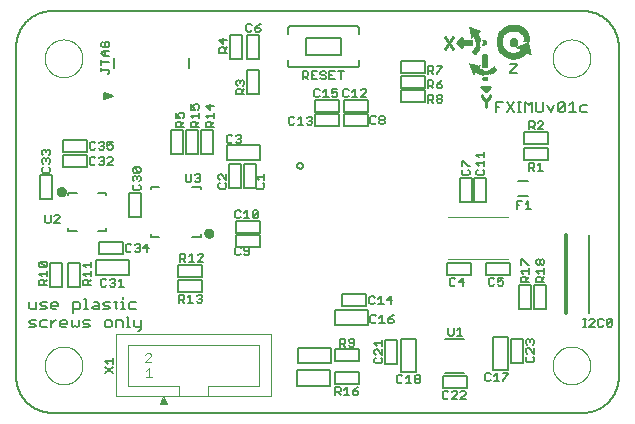
<source format=gto>
G75*
%MOIN*%
%OFA0B0*%
%FSLAX25Y25*%
%IPPOS*%
%LPD*%
%AMOC8*
5,1,8,0,0,1.08239X$1,22.5*
%
%ADD10C,0.01000*%
%ADD11C,0.00800*%
%ADD12C,0.00000*%
%ADD13C,0.00500*%
%ADD14C,0.01600*%
%ADD15R,0.00100X0.00048*%
%ADD16R,0.00190X0.00048*%
%ADD17R,0.00330X0.00047*%
%ADD18R,0.00430X0.00048*%
%ADD19R,0.00570X0.00047*%
%ADD20R,0.00570X0.00048*%
%ADD21R,0.00720X0.00048*%
%ADD22R,0.00810X0.00047*%
%ADD23R,0.00950X0.00048*%
%ADD24R,0.01000X0.00048*%
%ADD25R,0.01150X0.00047*%
%ADD26R,0.01280X0.00048*%
%ADD27R,0.01380X0.00047*%
%ADD28R,0.01470X0.00048*%
%ADD29R,0.01620X0.00048*%
%ADD30R,0.01720X0.00047*%
%ADD31R,0.01760X0.00048*%
%ADD32R,0.01850X0.00047*%
%ADD33R,0.01900X0.00048*%
%ADD34R,0.01850X0.00048*%
%ADD35R,0.01860X0.00047*%
%ADD36R,0.01860X0.00048*%
%ADD37R,0.01810X0.00048*%
%ADD38R,0.01810X0.00047*%
%ADD39R,0.01850X0.00048*%
%ADD40R,0.01760X0.00048*%
%ADD41R,0.01770X0.00048*%
%ADD42R,0.01720X0.00047*%
%ADD43R,0.01760X0.00048*%
%ADD44R,0.01710X0.00047*%
%ADD45R,0.01710X0.00048*%
%ADD46R,0.01720X0.00047*%
%ADD47R,0.01720X0.00048*%
%ADD48R,0.01720X0.00048*%
%ADD49R,0.01670X0.00048*%
%ADD50R,0.01710X0.00047*%
%ADD51R,0.01660X0.00048*%
%ADD52R,0.01670X0.00048*%
%ADD53R,0.01670X0.00047*%
%ADD54R,0.01670X0.00048*%
%ADD55R,0.01620X0.00047*%
%ADD56R,0.01620X0.00048*%
%ADD57R,0.01610X0.00047*%
%ADD58R,0.01610X0.00048*%
%ADD59R,0.01570X0.00047*%
%ADD60R,0.01570X0.00048*%
%ADD61R,0.01570X0.00048*%
%ADD62R,0.01570X0.00047*%
%ADD63R,0.03950X0.00048*%
%ADD64R,0.00620X0.00048*%
%ADD65R,0.04040X0.00047*%
%ADD66R,0.00860X0.00047*%
%ADD67R,0.04140X0.00048*%
%ADD68R,0.04190X0.00048*%
%ADD69R,0.04230X0.00047*%
%ADD70R,0.01050X0.00047*%
%ADD71R,0.04280X0.00048*%
%ADD72R,0.01140X0.00048*%
%ADD73R,0.04330X0.00048*%
%ADD74R,0.01140X0.00048*%
%ADD75R,0.04380X0.00047*%
%ADD76R,0.01190X0.00047*%
%ADD77R,0.04380X0.00048*%
%ADD78R,0.01190X0.00048*%
%ADD79R,0.04380X0.00047*%
%ADD80R,0.01620X0.00047*%
%ADD81R,0.01240X0.00047*%
%ADD82R,0.04430X0.00048*%
%ADD83R,0.01240X0.00048*%
%ADD84R,0.01660X0.00048*%
%ADD85R,0.01280X0.00048*%
%ADD86R,0.04430X0.00047*%
%ADD87R,0.01280X0.00047*%
%ADD88R,0.04470X0.00048*%
%ADD89R,0.04470X0.00047*%
%ADD90R,0.01610X0.00047*%
%ADD91R,0.01280X0.00047*%
%ADD92R,0.04470X0.00048*%
%ADD93R,0.01330X0.00048*%
%ADD94R,0.01660X0.00047*%
%ADD95R,0.01330X0.00048*%
%ADD96R,0.01280X0.00048*%
%ADD97R,0.01710X0.00048*%
%ADD98R,0.04430X0.00048*%
%ADD99R,0.01710X0.00048*%
%ADD100R,0.01240X0.00048*%
%ADD101R,0.04430X0.00047*%
%ADD102R,0.01710X0.00047*%
%ADD103R,0.01140X0.00047*%
%ADD104R,0.04330X0.00048*%
%ADD105R,0.01090X0.00048*%
%ADD106R,0.01050X0.00048*%
%ADD107R,0.04280X0.00047*%
%ADD108R,0.01000X0.00047*%
%ADD109R,0.04190X0.00048*%
%ADD110R,0.01720X0.00048*%
%ADD111R,0.00770X0.00048*%
%ADD112R,0.04090X0.00047*%
%ADD113R,0.01720X0.00047*%
%ADD114R,0.00290X0.00047*%
%ADD115R,0.00290X0.00048*%
%ADD116R,0.00150X0.00048*%
%ADD117R,0.00050X0.00048*%
%ADD118R,0.00040X0.00048*%
%ADD119R,0.00230X0.00048*%
%ADD120R,0.00720X0.00048*%
%ADD121R,0.00190X0.00048*%
%ADD122R,0.00200X0.00048*%
%ADD123R,0.00290X0.00048*%
%ADD124R,0.00570X0.00048*%
%ADD125R,0.00090X0.00048*%
%ADD126R,0.01720X0.00048*%
%ADD127R,0.01760X0.00047*%
%ADD128R,0.00050X0.00048*%
%ADD129R,0.00090X0.00047*%
%ADD130R,0.01770X0.00047*%
%ADD131R,0.00140X0.00048*%
%ADD132R,0.01770X0.00048*%
%ADD133R,0.00290X0.00047*%
%ADD134R,0.01810X0.00047*%
%ADD135R,0.00380X0.00048*%
%ADD136R,0.00430X0.00047*%
%ADD137R,0.00480X0.00048*%
%ADD138R,0.01810X0.00048*%
%ADD139R,0.00620X0.00047*%
%ADD140R,0.00810X0.00048*%
%ADD141R,0.00860X0.00047*%
%ADD142R,0.02770X0.00048*%
%ADD143R,0.02770X0.00047*%
%ADD144R,0.02770X0.00048*%
%ADD145R,0.02720X0.00048*%
%ADD146R,0.02760X0.00047*%
%ADD147R,0.02710X0.00048*%
%ADD148R,0.02710X0.00048*%
%ADD149R,0.02660X0.00047*%
%ADD150R,0.02660X0.00048*%
%ADD151R,0.02620X0.00047*%
%ADD152R,0.02670X0.00048*%
%ADD153R,0.02620X0.00048*%
%ADD154R,0.02570X0.00047*%
%ADD155R,0.02570X0.00048*%
%ADD156R,0.02520X0.00048*%
%ADD157R,0.02530X0.00048*%
%ADD158R,0.02530X0.00048*%
%ADD159R,0.02480X0.00047*%
%ADD160R,0.02430X0.00048*%
%ADD161R,0.02570X0.00048*%
%ADD162R,0.02810X0.00048*%
%ADD163R,0.02860X0.00048*%
%ADD164R,0.02960X0.00047*%
%ADD165R,0.03000X0.00048*%
%ADD166R,0.03050X0.00047*%
%ADD167R,0.03190X0.00048*%
%ADD168R,0.03230X0.00048*%
%ADD169R,0.03280X0.00047*%
%ADD170R,0.03380X0.00048*%
%ADD171R,0.03470X0.00047*%
%ADD172R,0.03520X0.00048*%
%ADD173R,0.03240X0.00047*%
%ADD174R,0.03140X0.00048*%
%ADD175R,0.02900X0.00047*%
%ADD176R,0.02760X0.00048*%
%ADD177R,0.02620X0.00047*%
%ADD178R,0.02570X0.00048*%
%ADD179R,0.02430X0.00048*%
%ADD180R,0.02290X0.00047*%
%ADD181R,0.02140X0.00048*%
%ADD182R,0.02050X0.00048*%
%ADD183R,0.01910X0.00047*%
%ADD184R,0.01860X0.00048*%
%ADD185R,0.01480X0.00048*%
%ADD186R,0.01340X0.00047*%
%ADD187R,0.01240X0.00048*%
%ADD188R,0.01140X0.00047*%
%ADD189R,0.00850X0.00048*%
%ADD190R,0.00850X0.00047*%
%ADD191R,0.00710X0.00048*%
%ADD192R,0.00570X0.00048*%
%ADD193R,0.00470X0.00047*%
%ADD194R,0.00330X0.00048*%
%ADD195R,0.00240X0.00047*%
%ADD196R,0.00048X0.00040*%
%ADD197R,0.00047X0.00140*%
%ADD198R,0.00048X0.00280*%
%ADD199R,0.00048X0.00420*%
%ADD200R,0.00047X0.00520*%
%ADD201R,0.00048X0.00620*%
%ADD202R,0.00047X0.00720*%
%ADD203R,0.00048X0.00860*%
%ADD204R,0.00048X0.00960*%
%ADD205R,0.00047X0.01100*%
%ADD206R,0.00048X0.01190*%
%ADD207R,0.00047X0.01380*%
%ADD208R,0.00048X0.01430*%
%ADD209R,0.00048X0.01570*%
%ADD210R,0.00047X0.01670*%
%ADD211R,0.00048X0.01810*%
%ADD212R,0.00048X0.01950*%
%ADD213R,0.00047X0.02050*%
%ADD214R,0.00048X0.02140*%
%ADD215R,0.00047X0.02240*%
%ADD216R,0.00048X0.02380*%
%ADD217R,0.00048X0.02470*%
%ADD218R,0.00047X0.02620*%
%ADD219R,0.00048X0.02710*%
%ADD220R,0.00048X0.02810*%
%ADD221R,0.00047X0.02950*%
%ADD222R,0.00048X0.03040*%
%ADD223R,0.00047X0.03190*%
%ADD224R,0.00048X0.03330*%
%ADD225R,0.00048X0.03420*%
%ADD226R,0.00047X0.03380*%
%ADD227R,0.00048X0.03340*%
%ADD228R,0.00047X0.03290*%
%ADD229R,0.00048X0.03190*%
%ADD230R,0.00048X0.03150*%
%ADD231R,0.00047X0.03100*%
%ADD232R,0.00048X0.03000*%
%ADD233R,0.00048X0.02910*%
%ADD234R,0.00047X0.02860*%
%ADD235R,0.00048X0.02760*%
%ADD236R,0.00047X0.02720*%
%ADD237R,0.00048X0.02620*%
%ADD238R,0.00048X0.02570*%
%ADD239R,0.00047X0.02470*%
%ADD240R,0.00048X0.02430*%
%ADD241R,0.00048X0.02430*%
%ADD242R,0.00048X0.02520*%
%ADD243R,0.00047X0.02520*%
%ADD244R,0.00047X0.02570*%
%ADD245R,0.00048X0.02570*%
%ADD246R,0.00048X0.02620*%
%ADD247R,0.00048X0.02660*%
%ADD248R,0.00047X0.02620*%
%ADD249R,0.00048X0.02670*%
%ADD250R,0.00048X0.02670*%
%ADD251R,0.00047X0.02670*%
%ADD252R,0.00048X0.02720*%
%ADD253R,0.00048X0.02720*%
%ADD254R,0.00047X0.02760*%
%ADD255R,0.00048X0.00910*%
%ADD256R,0.00048X0.01810*%
%ADD257R,0.00048X0.00810*%
%ADD258R,0.00048X0.01810*%
%ADD259R,0.00047X0.00760*%
%ADD260R,0.00047X0.01760*%
%ADD261R,0.00048X0.00620*%
%ADD262R,0.00048X0.01760*%
%ADD263R,0.00047X0.00570*%
%ADD264R,0.00047X0.01760*%
%ADD265R,0.00048X0.00520*%
%ADD266R,0.00048X0.00430*%
%ADD267R,0.00047X0.00380*%
%ADD268R,0.00048X0.01770*%
%ADD269R,0.00047X0.00190*%
%ADD270R,0.00047X0.01770*%
%ADD271R,0.00048X0.00140*%
%ADD272R,0.00048X0.01720*%
%ADD273R,0.00048X0.00090*%
%ADD274R,0.00048X0.01760*%
%ADD275R,0.00047X0.01760*%
%ADD276R,0.00048X0.01710*%
%ADD277R,0.00048X0.01710*%
%ADD278R,0.00047X0.01710*%
%ADD279R,0.00048X0.01720*%
%ADD280R,0.00047X0.01720*%
%ADD281R,0.00048X0.01720*%
%ADD282R,0.00048X0.01670*%
%ADD283R,0.00048X0.01670*%
%ADD284R,0.00047X0.01720*%
%ADD285R,0.00048X0.03950*%
%ADD286R,0.00048X0.04050*%
%ADD287R,0.00048X0.00470*%
%ADD288R,0.00047X0.04090*%
%ADD289R,0.00047X0.01670*%
%ADD290R,0.00047X0.00670*%
%ADD291R,0.00048X0.04190*%
%ADD292R,0.00048X0.00900*%
%ADD293R,0.00047X0.04240*%
%ADD294R,0.00047X0.01000*%
%ADD295R,0.00048X0.04290*%
%ADD296R,0.00048X0.01620*%
%ADD297R,0.00048X0.01050*%
%ADD298R,0.00048X0.04290*%
%ADD299R,0.00048X0.01620*%
%ADD300R,0.00048X0.01090*%
%ADD301R,0.00047X0.04330*%
%ADD302R,0.00047X0.01660*%
%ADD303R,0.00047X0.01140*%
%ADD304R,0.00048X0.04330*%
%ADD305R,0.00048X0.01660*%
%ADD306R,0.00048X0.01190*%
%ADD307R,0.00048X0.04380*%
%ADD308R,0.00048X0.01660*%
%ADD309R,0.00048X0.01190*%
%ADD310R,0.00047X0.04380*%
%ADD311R,0.00047X0.01240*%
%ADD312R,0.00048X0.04380*%
%ADD313R,0.00048X0.01610*%
%ADD314R,0.00048X0.01240*%
%ADD315R,0.00047X0.04430*%
%ADD316R,0.00047X0.01610*%
%ADD317R,0.00048X0.04430*%
%ADD318R,0.00048X0.01610*%
%ADD319R,0.00048X0.01240*%
%ADD320R,0.00048X0.04430*%
%ADD321R,0.00048X0.01280*%
%ADD322R,0.00047X0.01280*%
%ADD323R,0.00048X0.01280*%
%ADD324R,0.00047X0.04430*%
%ADD325R,0.00047X0.01610*%
%ADD326R,0.00047X0.01280*%
%ADD327R,0.00047X0.04380*%
%ADD328R,0.00047X0.01530*%
%ADD329R,0.00047X0.01240*%
%ADD330R,0.00047X0.01530*%
%ADD331R,0.00048X0.01530*%
%ADD332R,0.00048X0.04330*%
%ADD333R,0.00047X0.04290*%
%ADD334R,0.00048X0.01570*%
%ADD335R,0.00048X0.01140*%
%ADD336R,0.00048X0.04240*%
%ADD337R,0.00047X0.04190*%
%ADD338R,0.00047X0.01570*%
%ADD339R,0.00047X0.01050*%
%ADD340R,0.00048X0.04140*%
%ADD341R,0.00048X0.01000*%
%ADD342R,0.00047X0.04090*%
%ADD343R,0.00047X0.00900*%
%ADD344R,0.00048X0.03900*%
%ADD345R,0.00048X0.01520*%
%ADD346R,0.00048X0.00710*%
%ADD347R,0.00047X0.01520*%
%ADD348R,0.00047X0.00040*%
%ADD349R,0.00047X0.01570*%
%ADD350R,0.00047X0.01580*%
%ADD351R,0.00048X0.01580*%
%ADD352R,0.00048X0.01620*%
%ADD353R,0.00047X0.01570*%
%ADD354R,0.00048X0.01620*%
%ADD355R,0.00047X0.01620*%
%ADD356R,0.00048X0.01670*%
%ADD357R,0.00047X0.01660*%
%ADD358R,0.00048X0.01660*%
%ADD359R,0.00047X0.01670*%
%ADD360R,0.00047X0.01720*%
%ADD361R,0.00048X0.01720*%
%ADD362R,0.00048X0.01770*%
%ADD363R,0.00048X0.01810*%
%ADD364R,0.00048X0.01760*%
%ADD365R,0.00047X0.01810*%
%ADD366R,0.00047X0.01800*%
%ADD367R,0.00048X0.01860*%
%ADD368R,0.00047X0.01860*%
%ADD369R,0.00048X0.01860*%
%ADD370R,0.00047X0.01900*%
%ADD371R,0.00048X0.01520*%
%ADD372R,0.00048X0.01150*%
%ADD373R,0.00048X0.00950*%
%ADD374R,0.00048X0.00860*%
%ADD375R,0.00047X0.00710*%
%ADD376R,0.00048X0.00620*%
%ADD377R,0.00047X0.00480*%
%ADD378R,0.00048X0.00380*%
%ADD379R,0.00048X0.00280*%
%ADD380R,0.00047X0.00150*%
%ADD381R,0.00048X0.00050*%
%ADD382R,0.00050X0.00047*%
%ADD383R,0.01380X0.00047*%
%ADD384R,0.00040X0.00048*%
%ADD385R,0.02000X0.00048*%
%ADD386R,0.03000X0.00047*%
%ADD387R,0.03330X0.00048*%
%ADD388R,0.03620X0.00048*%
%ADD389R,0.03910X0.00047*%
%ADD390R,0.04670X0.00048*%
%ADD391R,0.04910X0.00048*%
%ADD392R,0.05050X0.00047*%
%ADD393R,0.05290X0.00048*%
%ADD394R,0.05430X0.00047*%
%ADD395R,0.05620X0.00048*%
%ADD396R,0.05810X0.00048*%
%ADD397R,0.06000X0.00047*%
%ADD398R,0.06090X0.00048*%
%ADD399R,0.06290X0.00048*%
%ADD400R,0.06380X0.00047*%
%ADD401R,0.06570X0.00048*%
%ADD402R,0.06670X0.00047*%
%ADD403R,0.06810X0.00048*%
%ADD404R,0.06860X0.00048*%
%ADD405R,0.07050X0.00047*%
%ADD406R,0.07140X0.00048*%
%ADD407R,0.07240X0.00048*%
%ADD408R,0.07330X0.00047*%
%ADD409R,0.07430X0.00048*%
%ADD410R,0.07570X0.00047*%
%ADD411R,0.07660X0.00048*%
%ADD412R,0.00100X0.00048*%
%ADD413R,0.07760X0.00048*%
%ADD414R,0.00240X0.00048*%
%ADD415R,0.07860X0.00047*%
%ADD416R,0.07960X0.00048*%
%ADD417R,0.08040X0.00047*%
%ADD418R,0.00480X0.00047*%
%ADD419R,0.08140X0.00048*%
%ADD420R,0.08190X0.00048*%
%ADD421R,0.00620X0.00048*%
%ADD422R,0.08240X0.00047*%
%ADD423R,0.00760X0.00047*%
%ADD424R,0.08340X0.00048*%
%ADD425R,0.00860X0.00048*%
%ADD426R,0.08430X0.00048*%
%ADD427R,0.08470X0.00047*%
%ADD428R,0.01000X0.00047*%
%ADD429R,0.04240X0.00048*%
%ADD430R,0.00040X0.00048*%
%ADD431R,0.03810X0.00048*%
%ADD432R,0.01090X0.00048*%
%ADD433R,0.03810X0.00047*%
%ADD434R,0.03620X0.00047*%
%ADD435R,0.03570X0.00048*%
%ADD436R,0.03380X0.00048*%
%ADD437R,0.03390X0.00048*%
%ADD438R,0.03290X0.00048*%
%ADD439R,0.03280X0.00047*%
%ADD440R,0.04570X0.00047*%
%ADD441R,0.03140X0.00048*%
%ADD442R,0.03090X0.00048*%
%ADD443R,0.04280X0.00048*%
%ADD444R,0.04150X0.00047*%
%ADD445R,0.02910X0.00048*%
%ADD446R,0.04000X0.00048*%
%ADD447R,0.02860X0.00047*%
%ADD448R,0.03960X0.00047*%
%ADD449R,0.02810X0.00048*%
%ADD450R,0.03810X0.00048*%
%ADD451R,0.02710X0.00048*%
%ADD452R,0.03710X0.00048*%
%ADD453R,0.02710X0.00047*%
%ADD454R,0.03670X0.00047*%
%ADD455R,0.02670X0.00048*%
%ADD456R,0.03570X0.00048*%
%ADD457R,0.03480X0.00047*%
%ADD458R,0.02570X0.00048*%
%ADD459R,0.03430X0.00048*%
%ADD460R,0.02530X0.00048*%
%ADD461R,0.02520X0.00047*%
%ADD462R,0.03280X0.00047*%
%ADD463R,0.02470X0.00048*%
%ADD464R,0.03190X0.00048*%
%ADD465R,0.02470X0.00048*%
%ADD466R,0.03190X0.00048*%
%ADD467R,0.02480X0.00047*%
%ADD468R,0.03090X0.00047*%
%ADD469R,0.03040X0.00048*%
%ADD470R,0.02380X0.00047*%
%ADD471R,0.02380X0.00048*%
%ADD472R,0.02340X0.00048*%
%ADD473R,0.03190X0.00048*%
%ADD474R,0.02330X0.00047*%
%ADD475R,0.03290X0.00047*%
%ADD476R,0.02280X0.00048*%
%ADD477R,0.02330X0.00048*%
%ADD478R,0.03480X0.00048*%
%ADD479R,0.02280X0.00047*%
%ADD480R,0.03520X0.00047*%
%ADD481R,0.02290X0.00048*%
%ADD482R,0.03620X0.00048*%
%ADD483R,0.02240X0.00047*%
%ADD484R,0.03720X0.00047*%
%ADD485R,0.02240X0.00048*%
%ADD486R,0.03860X0.00048*%
%ADD487R,0.03900X0.00048*%
%ADD488R,0.02190X0.00047*%
%ADD489R,0.04000X0.00047*%
%ADD490R,0.04050X0.00048*%
%ADD491R,0.02200X0.00047*%
%ADD492R,0.04190X0.00047*%
%ADD493R,0.02200X0.00048*%
%ADD494R,0.04230X0.00048*%
%ADD495R,0.02190X0.00048*%
%ADD496R,0.04330X0.00048*%
%ADD497R,0.02140X0.00047*%
%ADD498R,0.04380X0.00047*%
%ADD499R,0.02140X0.00048*%
%ADD500R,0.04470X0.00048*%
%ADD501R,0.04340X0.00048*%
%ADD502R,0.04190X0.00047*%
%ADD503R,0.04100X0.00048*%
%ADD504R,0.04000X0.00047*%
%ADD505R,0.02140X0.00048*%
%ADD506R,0.03860X0.00048*%
%ADD507R,0.02100X0.00048*%
%ADD508R,0.03760X0.00048*%
%ADD509R,0.02100X0.00047*%
%ADD510R,0.02100X0.00048*%
%ADD511R,0.03530X0.00048*%
%ADD512R,0.03380X0.00048*%
%ADD513R,0.03240X0.00047*%
%ADD514R,0.02050X0.00048*%
%ADD515R,0.02090X0.00047*%
%ADD516R,0.02090X0.00048*%
%ADD517R,0.02950X0.00048*%
%ADD518R,0.02040X0.00048*%
%ADD519R,0.02040X0.00047*%
%ADD520R,0.02710X0.00047*%
%ADD521R,0.02050X0.00047*%
%ADD522R,0.02390X0.00048*%
%ADD523R,0.01670X0.00048*%
%ADD524R,0.02000X0.00047*%
%ADD525R,0.01620X0.00047*%
%ADD526R,0.01430X0.00048*%
%ADD527R,0.02000X0.00048*%
%ADD528R,0.00760X0.00048*%
%ADD529R,0.02000X0.00047*%
%ADD530R,0.00660X0.00047*%
%ADD531R,0.00480X0.00048*%
%ADD532R,0.00430X0.00048*%
%ADD533R,0.00240X0.00047*%
%ADD534R,0.01960X0.00048*%
%ADD535R,0.02040X0.00048*%
%ADD536R,0.01960X0.00048*%
%ADD537R,0.00040X0.00047*%
%ADD538R,0.00040X0.00047*%
%ADD539R,0.01960X0.00048*%
%ADD540R,0.02040X0.00047*%
%ADD541R,0.02050X0.00047*%
%ADD542R,0.02090X0.00047*%
%ADD543R,0.02040X0.00048*%
%ADD544R,0.02090X0.00048*%
%ADD545R,0.02090X0.00047*%
%ADD546R,0.02090X0.00048*%
%ADD547R,0.02090X0.00048*%
%ADD548R,0.02150X0.00048*%
%ADD549R,0.02100X0.00047*%
%ADD550R,0.02090X0.00047*%
%ADD551R,0.02140X0.00047*%
%ADD552R,0.02150X0.00047*%
%ADD553R,0.02190X0.00047*%
%ADD554R,0.02190X0.00048*%
%ADD555R,0.02240X0.00048*%
%ADD556R,0.02230X0.00048*%
%ADD557R,0.02290X0.00047*%
%ADD558R,0.02230X0.00047*%
%ADD559R,0.02290X0.00048*%
%ADD560R,0.02330X0.00048*%
%ADD561R,0.02380X0.00047*%
%ADD562R,0.02380X0.00048*%
%ADD563R,0.02430X0.00047*%
%ADD564R,0.02380X0.00047*%
%ADD565R,0.02430X0.00048*%
%ADD566R,0.02430X0.00048*%
%ADD567R,0.02480X0.00048*%
%ADD568R,0.02470X0.00047*%
%ADD569R,0.02480X0.00047*%
%ADD570R,0.02520X0.00048*%
%ADD571R,0.02480X0.00048*%
%ADD572R,0.02570X0.00047*%
%ADD573R,0.02530X0.00047*%
%ADD574R,0.02610X0.00048*%
%ADD575R,0.02520X0.00048*%
%ADD576R,0.02620X0.00048*%
%ADD577R,0.02720X0.00047*%
%ADD578R,0.02660X0.00048*%
%ADD579R,0.02860X0.00047*%
%ADD580R,0.02760X0.00047*%
%ADD581R,0.02900X0.00048*%
%ADD582R,0.02910X0.00048*%
%ADD583R,0.03040X0.00047*%
%ADD584R,0.02950X0.00047*%
%ADD585R,0.03150X0.00048*%
%ADD586R,0.03140X0.00048*%
%ADD587R,0.03380X0.00047*%
%ADD588R,0.03230X0.00047*%
%ADD589R,0.03520X0.00048*%
%ADD590R,0.03710X0.00048*%
%ADD591R,0.04050X0.00047*%
%ADD592R,0.00140X0.00047*%
%ADD593R,0.03950X0.00047*%
%ADD594R,0.08860X0.00048*%
%ADD595R,0.08760X0.00047*%
%ADD596R,0.08710X0.00048*%
%ADD597R,0.08620X0.00048*%
%ADD598R,0.08530X0.00047*%
%ADD599R,0.08380X0.00047*%
%ADD600R,0.08290X0.00048*%
%ADD601R,0.08090X0.00047*%
%ADD602R,0.08000X0.00048*%
%ADD603R,0.07910X0.00048*%
%ADD604R,0.07860X0.00047*%
%ADD605R,0.07670X0.00048*%
%ADD606R,0.07620X0.00047*%
%ADD607R,0.07470X0.00048*%
%ADD608R,0.07380X0.00048*%
%ADD609R,0.07240X0.00047*%
%ADD610R,0.07000X0.00048*%
%ADD611R,0.06910X0.00047*%
%ADD612R,0.06620X0.00047*%
%ADD613R,0.06480X0.00048*%
%ADD614R,0.06330X0.00048*%
%ADD615R,0.06190X0.00047*%
%ADD616R,0.06000X0.00048*%
%ADD617R,0.05860X0.00047*%
%ADD618R,0.05470X0.00048*%
%ADD619R,0.05240X0.00047*%
%ADD620R,0.05040X0.00048*%
%ADD621R,0.04860X0.00048*%
%ADD622R,0.04530X0.00047*%
%ADD623R,0.03720X0.00048*%
%ADD624R,0.03340X0.00048*%
%ADD625C,0.00394*%
%ADD626C,0.00600*%
%ADD627C,0.01200*%
%ADD628C,0.00400*%
%ADD629C,0.00300*%
D10*
X0157860Y0103161D02*
X0157860Y0105163D01*
X0159194Y0106498D01*
X0159194Y0107165D01*
X0157825Y0108561D02*
X0159325Y0110061D01*
X0156325Y0110061D01*
X0157825Y0108561D01*
X0157261Y0109125D02*
X0158389Y0109125D01*
X0156525Y0107165D02*
X0156525Y0106498D01*
X0157860Y0105163D01*
X0146963Y0122646D02*
X0144294Y0126650D01*
X0146963Y0126650D02*
X0144294Y0122646D01*
X0148294Y0124646D02*
X0149794Y0123146D01*
X0149794Y0126146D01*
X0148294Y0124646D01*
X0148749Y0125101D02*
X0149794Y0125101D01*
X0149794Y0124103D02*
X0148837Y0124103D01*
X0149747Y0126100D02*
X0149794Y0126100D01*
D11*
X0190376Y0001400D02*
X0013211Y0001400D01*
X0012926Y0001403D01*
X0012640Y0001414D01*
X0012355Y0001431D01*
X0012071Y0001455D01*
X0011787Y0001486D01*
X0011504Y0001524D01*
X0011223Y0001569D01*
X0010942Y0001620D01*
X0010662Y0001678D01*
X0010384Y0001743D01*
X0010108Y0001815D01*
X0009834Y0001893D01*
X0009561Y0001978D01*
X0009291Y0002070D01*
X0009023Y0002168D01*
X0008757Y0002272D01*
X0008494Y0002383D01*
X0008234Y0002500D01*
X0007976Y0002623D01*
X0007722Y0002753D01*
X0007471Y0002889D01*
X0007223Y0003030D01*
X0006979Y0003178D01*
X0006738Y0003331D01*
X0006502Y0003491D01*
X0006269Y0003656D01*
X0006040Y0003826D01*
X0005815Y0004002D01*
X0005595Y0004184D01*
X0005379Y0004370D01*
X0005168Y0004562D01*
X0004961Y0004759D01*
X0004759Y0004961D01*
X0004562Y0005168D01*
X0004370Y0005379D01*
X0004184Y0005595D01*
X0004002Y0005815D01*
X0003826Y0006040D01*
X0003656Y0006269D01*
X0003491Y0006502D01*
X0003331Y0006738D01*
X0003178Y0006979D01*
X0003030Y0007223D01*
X0002889Y0007471D01*
X0002753Y0007722D01*
X0002623Y0007976D01*
X0002500Y0008234D01*
X0002383Y0008494D01*
X0002272Y0008757D01*
X0002168Y0009023D01*
X0002070Y0009291D01*
X0001978Y0009561D01*
X0001893Y0009834D01*
X0001815Y0010108D01*
X0001743Y0010384D01*
X0001678Y0010662D01*
X0001620Y0010942D01*
X0001569Y0011223D01*
X0001524Y0011504D01*
X0001486Y0011787D01*
X0001455Y0012071D01*
X0001431Y0012355D01*
X0001414Y0012640D01*
X0001403Y0012926D01*
X0001400Y0013211D01*
X0001400Y0123447D01*
X0001403Y0123732D01*
X0001414Y0124018D01*
X0001431Y0124303D01*
X0001455Y0124587D01*
X0001486Y0124871D01*
X0001524Y0125154D01*
X0001569Y0125435D01*
X0001620Y0125716D01*
X0001678Y0125996D01*
X0001743Y0126274D01*
X0001815Y0126550D01*
X0001893Y0126824D01*
X0001978Y0127097D01*
X0002070Y0127367D01*
X0002168Y0127635D01*
X0002272Y0127901D01*
X0002383Y0128164D01*
X0002500Y0128424D01*
X0002623Y0128682D01*
X0002753Y0128936D01*
X0002889Y0129187D01*
X0003030Y0129435D01*
X0003178Y0129679D01*
X0003331Y0129920D01*
X0003491Y0130156D01*
X0003656Y0130389D01*
X0003826Y0130618D01*
X0004002Y0130843D01*
X0004184Y0131063D01*
X0004370Y0131279D01*
X0004562Y0131490D01*
X0004759Y0131697D01*
X0004961Y0131899D01*
X0005168Y0132096D01*
X0005379Y0132288D01*
X0005595Y0132474D01*
X0005815Y0132656D01*
X0006040Y0132832D01*
X0006269Y0133002D01*
X0006502Y0133167D01*
X0006738Y0133327D01*
X0006979Y0133480D01*
X0007223Y0133628D01*
X0007471Y0133769D01*
X0007722Y0133905D01*
X0007976Y0134035D01*
X0008234Y0134158D01*
X0008494Y0134275D01*
X0008757Y0134386D01*
X0009023Y0134490D01*
X0009291Y0134588D01*
X0009561Y0134680D01*
X0009834Y0134765D01*
X0010108Y0134843D01*
X0010384Y0134915D01*
X0010662Y0134980D01*
X0010942Y0135038D01*
X0011223Y0135089D01*
X0011504Y0135134D01*
X0011787Y0135172D01*
X0012071Y0135203D01*
X0012355Y0135227D01*
X0012640Y0135244D01*
X0012926Y0135255D01*
X0013211Y0135258D01*
X0190376Y0135258D01*
X0190661Y0135255D01*
X0190947Y0135244D01*
X0191232Y0135227D01*
X0191516Y0135203D01*
X0191800Y0135172D01*
X0192083Y0135134D01*
X0192364Y0135089D01*
X0192645Y0135038D01*
X0192925Y0134980D01*
X0193203Y0134915D01*
X0193479Y0134843D01*
X0193753Y0134765D01*
X0194026Y0134680D01*
X0194296Y0134588D01*
X0194564Y0134490D01*
X0194830Y0134386D01*
X0195093Y0134275D01*
X0195353Y0134158D01*
X0195611Y0134035D01*
X0195865Y0133905D01*
X0196116Y0133769D01*
X0196364Y0133628D01*
X0196608Y0133480D01*
X0196849Y0133327D01*
X0197085Y0133167D01*
X0197318Y0133002D01*
X0197547Y0132832D01*
X0197772Y0132656D01*
X0197992Y0132474D01*
X0198208Y0132288D01*
X0198419Y0132096D01*
X0198626Y0131899D01*
X0198828Y0131697D01*
X0199025Y0131490D01*
X0199217Y0131279D01*
X0199403Y0131063D01*
X0199585Y0130843D01*
X0199761Y0130618D01*
X0199931Y0130389D01*
X0200096Y0130156D01*
X0200256Y0129920D01*
X0200409Y0129679D01*
X0200557Y0129435D01*
X0200698Y0129187D01*
X0200834Y0128936D01*
X0200964Y0128682D01*
X0201087Y0128424D01*
X0201204Y0128164D01*
X0201315Y0127901D01*
X0201419Y0127635D01*
X0201517Y0127367D01*
X0201609Y0127097D01*
X0201694Y0126824D01*
X0201772Y0126550D01*
X0201844Y0126274D01*
X0201909Y0125996D01*
X0201967Y0125716D01*
X0202018Y0125435D01*
X0202063Y0125154D01*
X0202101Y0124871D01*
X0202132Y0124587D01*
X0202156Y0124303D01*
X0202173Y0124018D01*
X0202184Y0123732D01*
X0202187Y0123447D01*
X0202187Y0013211D01*
X0202184Y0012926D01*
X0202173Y0012640D01*
X0202156Y0012355D01*
X0202132Y0012071D01*
X0202101Y0011787D01*
X0202063Y0011504D01*
X0202018Y0011223D01*
X0201967Y0010942D01*
X0201909Y0010662D01*
X0201844Y0010384D01*
X0201772Y0010108D01*
X0201694Y0009834D01*
X0201609Y0009561D01*
X0201517Y0009291D01*
X0201419Y0009023D01*
X0201315Y0008757D01*
X0201204Y0008494D01*
X0201087Y0008234D01*
X0200964Y0007976D01*
X0200834Y0007722D01*
X0200698Y0007471D01*
X0200557Y0007223D01*
X0200409Y0006979D01*
X0200256Y0006738D01*
X0200096Y0006502D01*
X0199931Y0006269D01*
X0199761Y0006040D01*
X0199585Y0005815D01*
X0199403Y0005595D01*
X0199217Y0005379D01*
X0199025Y0005168D01*
X0198828Y0004961D01*
X0198626Y0004759D01*
X0198419Y0004562D01*
X0198208Y0004370D01*
X0197992Y0004184D01*
X0197772Y0004002D01*
X0197547Y0003826D01*
X0197318Y0003656D01*
X0197085Y0003491D01*
X0196849Y0003331D01*
X0196608Y0003178D01*
X0196364Y0003030D01*
X0196116Y0002889D01*
X0195865Y0002753D01*
X0195611Y0002623D01*
X0195353Y0002500D01*
X0195093Y0002383D01*
X0194830Y0002272D01*
X0194564Y0002168D01*
X0194296Y0002070D01*
X0194026Y0001978D01*
X0193753Y0001893D01*
X0193479Y0001815D01*
X0193203Y0001743D01*
X0192925Y0001678D01*
X0192645Y0001620D01*
X0192364Y0001569D01*
X0192083Y0001524D01*
X0191800Y0001486D01*
X0191516Y0001455D01*
X0191232Y0001431D01*
X0190947Y0001414D01*
X0190661Y0001403D01*
X0190376Y0001400D01*
X0170296Y0018074D02*
X0166296Y0018074D01*
X0166296Y0026074D01*
X0170296Y0026074D01*
X0170296Y0018074D01*
X0165196Y0015574D02*
X0160196Y0015574D01*
X0160196Y0026574D01*
X0165196Y0026574D01*
X0165196Y0015574D01*
X0151496Y0013574D02*
X0151496Y0009574D01*
X0143496Y0009574D01*
X0143496Y0013574D01*
X0151496Y0013574D01*
X0134496Y0014974D02*
X0129496Y0014974D01*
X0129496Y0025974D01*
X0134496Y0025974D01*
X0134496Y0014974D01*
X0128396Y0017674D02*
X0124396Y0017674D01*
X0124396Y0025674D01*
X0128396Y0025674D01*
X0128396Y0017674D01*
X0115696Y0018474D02*
X0115696Y0022474D01*
X0107696Y0022474D01*
X0107696Y0018474D01*
X0115696Y0018474D01*
X0115596Y0014974D02*
X0115596Y0010974D01*
X0107596Y0010974D01*
X0107596Y0014974D01*
X0115596Y0014974D01*
X0106108Y0015533D02*
X0106108Y0010415D01*
X0095084Y0010415D01*
X0095084Y0015533D01*
X0106108Y0015533D01*
X0106208Y0017915D02*
X0106208Y0023033D01*
X0095184Y0023033D01*
X0095184Y0017915D01*
X0106208Y0017915D01*
X0107496Y0030674D02*
X0107496Y0035674D01*
X0118496Y0035674D01*
X0118496Y0030674D01*
X0107496Y0030674D01*
X0110096Y0036874D02*
X0110096Y0040874D01*
X0118096Y0040874D01*
X0118096Y0036874D01*
X0110096Y0036874D01*
X0082496Y0056622D02*
X0082496Y0060622D01*
X0074496Y0060622D01*
X0074496Y0056622D01*
X0082496Y0056622D01*
X0082496Y0061422D02*
X0082496Y0065422D01*
X0074496Y0065422D01*
X0074496Y0061422D01*
X0082496Y0061422D01*
X0063296Y0050774D02*
X0063296Y0046774D01*
X0055296Y0046774D01*
X0055296Y0050774D01*
X0063296Y0050774D01*
X0063296Y0045674D02*
X0055296Y0045674D01*
X0055296Y0041674D01*
X0063296Y0041674D01*
X0063296Y0045674D01*
X0039096Y0047174D02*
X0028096Y0047174D01*
X0028096Y0052174D01*
X0039096Y0052174D01*
X0039096Y0047174D01*
X0036822Y0054274D02*
X0028822Y0054274D01*
X0028822Y0058274D01*
X0036822Y0058274D01*
X0036822Y0054274D01*
X0022696Y0051274D02*
X0018696Y0051274D01*
X0018696Y0043274D01*
X0022696Y0043274D01*
X0022696Y0051274D01*
X0016596Y0051274D02*
X0012596Y0051274D01*
X0012596Y0043274D01*
X0016596Y0043274D01*
X0016596Y0051274D01*
X0038822Y0066774D02*
X0042822Y0066774D01*
X0042822Y0074774D01*
X0038822Y0074774D01*
X0038822Y0066774D01*
X0024896Y0083274D02*
X0016896Y0083274D01*
X0016896Y0087274D01*
X0024896Y0087274D01*
X0024896Y0083274D01*
X0024896Y0088374D02*
X0016896Y0088374D01*
X0016896Y0092374D01*
X0024896Y0092374D01*
X0024896Y0088374D01*
X0013296Y0080474D02*
X0013296Y0072474D01*
X0009296Y0072474D01*
X0009296Y0080474D01*
X0013296Y0080474D01*
X0053096Y0087674D02*
X0057096Y0087674D01*
X0057096Y0095674D01*
X0053096Y0095674D01*
X0053096Y0087674D01*
X0058096Y0087674D02*
X0058096Y0095674D01*
X0062096Y0095674D01*
X0062096Y0087674D01*
X0058096Y0087674D01*
X0063096Y0087674D02*
X0067096Y0087674D01*
X0067096Y0095674D01*
X0063096Y0095674D01*
X0063096Y0087674D01*
X0071696Y0085474D02*
X0071696Y0090474D01*
X0082696Y0090474D01*
X0082696Y0085474D01*
X0071696Y0085474D01*
X0072196Y0084174D02*
X0076196Y0084174D01*
X0076196Y0076174D01*
X0072196Y0076174D01*
X0072196Y0084174D01*
X0077296Y0084174D02*
X0081296Y0084174D01*
X0081296Y0076174D01*
X0077296Y0076174D01*
X0077296Y0084174D01*
X0095022Y0083762D02*
X0095024Y0083824D01*
X0095030Y0083887D01*
X0095040Y0083948D01*
X0095054Y0084009D01*
X0095071Y0084069D01*
X0095092Y0084128D01*
X0095118Y0084185D01*
X0095146Y0084240D01*
X0095178Y0084294D01*
X0095214Y0084345D01*
X0095252Y0084395D01*
X0095294Y0084441D01*
X0095338Y0084485D01*
X0095386Y0084526D01*
X0095435Y0084564D01*
X0095487Y0084598D01*
X0095541Y0084629D01*
X0095597Y0084657D01*
X0095655Y0084681D01*
X0095714Y0084702D01*
X0095774Y0084718D01*
X0095835Y0084731D01*
X0095897Y0084740D01*
X0095959Y0084745D01*
X0096022Y0084746D01*
X0096084Y0084743D01*
X0096146Y0084736D01*
X0096208Y0084725D01*
X0096268Y0084710D01*
X0096328Y0084692D01*
X0096386Y0084670D01*
X0096443Y0084644D01*
X0096498Y0084614D01*
X0096551Y0084581D01*
X0096602Y0084545D01*
X0096650Y0084506D01*
X0096696Y0084463D01*
X0096739Y0084418D01*
X0096779Y0084370D01*
X0096816Y0084320D01*
X0096850Y0084267D01*
X0096881Y0084213D01*
X0096907Y0084157D01*
X0096931Y0084099D01*
X0096950Y0084039D01*
X0096966Y0083979D01*
X0096978Y0083917D01*
X0096986Y0083856D01*
X0096990Y0083793D01*
X0096990Y0083731D01*
X0096986Y0083668D01*
X0096978Y0083607D01*
X0096966Y0083545D01*
X0096950Y0083485D01*
X0096931Y0083425D01*
X0096907Y0083367D01*
X0096881Y0083311D01*
X0096850Y0083257D01*
X0096816Y0083204D01*
X0096779Y0083154D01*
X0096739Y0083106D01*
X0096696Y0083061D01*
X0096650Y0083018D01*
X0096602Y0082979D01*
X0096551Y0082943D01*
X0096498Y0082910D01*
X0096443Y0082880D01*
X0096386Y0082854D01*
X0096328Y0082832D01*
X0096268Y0082814D01*
X0096208Y0082799D01*
X0096146Y0082788D01*
X0096084Y0082781D01*
X0096022Y0082778D01*
X0095959Y0082779D01*
X0095897Y0082784D01*
X0095835Y0082793D01*
X0095774Y0082806D01*
X0095714Y0082822D01*
X0095655Y0082843D01*
X0095597Y0082867D01*
X0095541Y0082895D01*
X0095487Y0082926D01*
X0095435Y0082960D01*
X0095386Y0082998D01*
X0095338Y0083039D01*
X0095294Y0083083D01*
X0095252Y0083129D01*
X0095214Y0083179D01*
X0095178Y0083230D01*
X0095146Y0083284D01*
X0095118Y0083339D01*
X0095092Y0083396D01*
X0095071Y0083455D01*
X0095054Y0083515D01*
X0095040Y0083576D01*
X0095030Y0083637D01*
X0095024Y0083700D01*
X0095022Y0083762D01*
X0100896Y0096874D02*
X0100896Y0100874D01*
X0108896Y0100874D01*
X0108896Y0096874D01*
X0100896Y0096874D01*
X0100896Y0101674D02*
X0100896Y0105674D01*
X0108896Y0105674D01*
X0108896Y0101674D01*
X0100896Y0101674D01*
X0110496Y0101674D02*
X0110496Y0105674D01*
X0118496Y0105674D01*
X0118496Y0101674D01*
X0110496Y0101674D01*
X0110496Y0100874D02*
X0118496Y0100874D01*
X0118496Y0096874D01*
X0110496Y0096874D01*
X0110496Y0100874D01*
X0129696Y0104874D02*
X0129696Y0108874D01*
X0137696Y0108874D01*
X0137696Y0104874D01*
X0129696Y0104874D01*
X0129696Y0109674D02*
X0129696Y0113674D01*
X0137696Y0113674D01*
X0137696Y0109674D01*
X0129696Y0109674D01*
X0129696Y0114474D02*
X0129696Y0118474D01*
X0137696Y0118474D01*
X0137696Y0114474D01*
X0129696Y0114474D01*
X0109668Y0120494D02*
X0109668Y0126400D01*
X0097857Y0126400D01*
X0097857Y0120494D01*
X0109668Y0120494D01*
X0082140Y0119447D02*
X0078140Y0119447D01*
X0078140Y0127447D01*
X0082140Y0127447D01*
X0082140Y0119447D01*
X0082140Y0115636D02*
X0078140Y0115636D01*
X0078140Y0107636D01*
X0082140Y0107636D01*
X0082140Y0115636D01*
X0076666Y0119447D02*
X0072666Y0119447D01*
X0072666Y0127447D01*
X0076666Y0127447D01*
X0076666Y0119447D01*
X0149206Y0079658D02*
X0149206Y0071658D01*
X0153206Y0071658D01*
X0153206Y0079658D01*
X0149206Y0079658D01*
X0154083Y0079647D02*
X0158083Y0079647D01*
X0158083Y0071647D01*
X0154083Y0071647D01*
X0154083Y0079647D01*
X0170496Y0085674D02*
X0170496Y0089674D01*
X0178496Y0089674D01*
X0178496Y0085674D01*
X0170496Y0085674D01*
X0170496Y0090874D02*
X0170496Y0094874D01*
X0178496Y0094874D01*
X0178496Y0090874D01*
X0170496Y0090874D01*
X0168182Y0114472D02*
X0166047Y0114472D01*
X0166047Y0115005D01*
X0168182Y0117141D01*
X0168182Y0117674D01*
X0166047Y0117674D01*
X0165796Y0051374D02*
X0157796Y0051374D01*
X0157796Y0047374D01*
X0165796Y0047374D01*
X0165796Y0051374D01*
X0168896Y0043874D02*
X0172896Y0043874D01*
X0172896Y0035874D01*
X0168896Y0035874D01*
X0168896Y0043874D01*
X0174096Y0043874D02*
X0178096Y0043874D01*
X0178096Y0035874D01*
X0174096Y0035874D01*
X0174096Y0043874D01*
X0152796Y0047274D02*
X0152796Y0051274D01*
X0144796Y0051274D01*
X0144796Y0047274D01*
X0152796Y0047274D01*
D12*
X0180140Y0017148D02*
X0180142Y0017306D01*
X0180148Y0017464D01*
X0180158Y0017622D01*
X0180172Y0017780D01*
X0180190Y0017937D01*
X0180211Y0018094D01*
X0180237Y0018250D01*
X0180267Y0018406D01*
X0180300Y0018561D01*
X0180338Y0018714D01*
X0180379Y0018867D01*
X0180424Y0019019D01*
X0180473Y0019170D01*
X0180526Y0019319D01*
X0180582Y0019467D01*
X0180642Y0019613D01*
X0180706Y0019758D01*
X0180774Y0019901D01*
X0180845Y0020043D01*
X0180919Y0020183D01*
X0180997Y0020320D01*
X0181079Y0020456D01*
X0181163Y0020590D01*
X0181252Y0020721D01*
X0181343Y0020850D01*
X0181438Y0020977D01*
X0181535Y0021102D01*
X0181636Y0021224D01*
X0181740Y0021343D01*
X0181847Y0021460D01*
X0181957Y0021574D01*
X0182070Y0021685D01*
X0182185Y0021794D01*
X0182303Y0021899D01*
X0182424Y0022001D01*
X0182547Y0022101D01*
X0182673Y0022197D01*
X0182801Y0022290D01*
X0182931Y0022380D01*
X0183064Y0022466D01*
X0183199Y0022550D01*
X0183335Y0022629D01*
X0183474Y0022706D01*
X0183615Y0022778D01*
X0183757Y0022848D01*
X0183901Y0022913D01*
X0184047Y0022975D01*
X0184194Y0023033D01*
X0184343Y0023088D01*
X0184493Y0023139D01*
X0184644Y0023186D01*
X0184796Y0023229D01*
X0184949Y0023268D01*
X0185104Y0023304D01*
X0185259Y0023335D01*
X0185415Y0023363D01*
X0185571Y0023387D01*
X0185728Y0023407D01*
X0185886Y0023423D01*
X0186043Y0023435D01*
X0186202Y0023443D01*
X0186360Y0023447D01*
X0186518Y0023447D01*
X0186676Y0023443D01*
X0186835Y0023435D01*
X0186992Y0023423D01*
X0187150Y0023407D01*
X0187307Y0023387D01*
X0187463Y0023363D01*
X0187619Y0023335D01*
X0187774Y0023304D01*
X0187929Y0023268D01*
X0188082Y0023229D01*
X0188234Y0023186D01*
X0188385Y0023139D01*
X0188535Y0023088D01*
X0188684Y0023033D01*
X0188831Y0022975D01*
X0188977Y0022913D01*
X0189121Y0022848D01*
X0189263Y0022778D01*
X0189404Y0022706D01*
X0189543Y0022629D01*
X0189679Y0022550D01*
X0189814Y0022466D01*
X0189947Y0022380D01*
X0190077Y0022290D01*
X0190205Y0022197D01*
X0190331Y0022101D01*
X0190454Y0022001D01*
X0190575Y0021899D01*
X0190693Y0021794D01*
X0190808Y0021685D01*
X0190921Y0021574D01*
X0191031Y0021460D01*
X0191138Y0021343D01*
X0191242Y0021224D01*
X0191343Y0021102D01*
X0191440Y0020977D01*
X0191535Y0020850D01*
X0191626Y0020721D01*
X0191715Y0020590D01*
X0191799Y0020456D01*
X0191881Y0020320D01*
X0191959Y0020183D01*
X0192033Y0020043D01*
X0192104Y0019901D01*
X0192172Y0019758D01*
X0192236Y0019613D01*
X0192296Y0019467D01*
X0192352Y0019319D01*
X0192405Y0019170D01*
X0192454Y0019019D01*
X0192499Y0018867D01*
X0192540Y0018714D01*
X0192578Y0018561D01*
X0192611Y0018406D01*
X0192641Y0018250D01*
X0192667Y0018094D01*
X0192688Y0017937D01*
X0192706Y0017780D01*
X0192720Y0017622D01*
X0192730Y0017464D01*
X0192736Y0017306D01*
X0192738Y0017148D01*
X0192736Y0016990D01*
X0192730Y0016832D01*
X0192720Y0016674D01*
X0192706Y0016516D01*
X0192688Y0016359D01*
X0192667Y0016202D01*
X0192641Y0016046D01*
X0192611Y0015890D01*
X0192578Y0015735D01*
X0192540Y0015582D01*
X0192499Y0015429D01*
X0192454Y0015277D01*
X0192405Y0015126D01*
X0192352Y0014977D01*
X0192296Y0014829D01*
X0192236Y0014683D01*
X0192172Y0014538D01*
X0192104Y0014395D01*
X0192033Y0014253D01*
X0191959Y0014113D01*
X0191881Y0013976D01*
X0191799Y0013840D01*
X0191715Y0013706D01*
X0191626Y0013575D01*
X0191535Y0013446D01*
X0191440Y0013319D01*
X0191343Y0013194D01*
X0191242Y0013072D01*
X0191138Y0012953D01*
X0191031Y0012836D01*
X0190921Y0012722D01*
X0190808Y0012611D01*
X0190693Y0012502D01*
X0190575Y0012397D01*
X0190454Y0012295D01*
X0190331Y0012195D01*
X0190205Y0012099D01*
X0190077Y0012006D01*
X0189947Y0011916D01*
X0189814Y0011830D01*
X0189679Y0011746D01*
X0189543Y0011667D01*
X0189404Y0011590D01*
X0189263Y0011518D01*
X0189121Y0011448D01*
X0188977Y0011383D01*
X0188831Y0011321D01*
X0188684Y0011263D01*
X0188535Y0011208D01*
X0188385Y0011157D01*
X0188234Y0011110D01*
X0188082Y0011067D01*
X0187929Y0011028D01*
X0187774Y0010992D01*
X0187619Y0010961D01*
X0187463Y0010933D01*
X0187307Y0010909D01*
X0187150Y0010889D01*
X0186992Y0010873D01*
X0186835Y0010861D01*
X0186676Y0010853D01*
X0186518Y0010849D01*
X0186360Y0010849D01*
X0186202Y0010853D01*
X0186043Y0010861D01*
X0185886Y0010873D01*
X0185728Y0010889D01*
X0185571Y0010909D01*
X0185415Y0010933D01*
X0185259Y0010961D01*
X0185104Y0010992D01*
X0184949Y0011028D01*
X0184796Y0011067D01*
X0184644Y0011110D01*
X0184493Y0011157D01*
X0184343Y0011208D01*
X0184194Y0011263D01*
X0184047Y0011321D01*
X0183901Y0011383D01*
X0183757Y0011448D01*
X0183615Y0011518D01*
X0183474Y0011590D01*
X0183335Y0011667D01*
X0183199Y0011746D01*
X0183064Y0011830D01*
X0182931Y0011916D01*
X0182801Y0012006D01*
X0182673Y0012099D01*
X0182547Y0012195D01*
X0182424Y0012295D01*
X0182303Y0012397D01*
X0182185Y0012502D01*
X0182070Y0012611D01*
X0181957Y0012722D01*
X0181847Y0012836D01*
X0181740Y0012953D01*
X0181636Y0013072D01*
X0181535Y0013194D01*
X0181438Y0013319D01*
X0181343Y0013446D01*
X0181252Y0013575D01*
X0181163Y0013706D01*
X0181079Y0013840D01*
X0180997Y0013976D01*
X0180919Y0014113D01*
X0180845Y0014253D01*
X0180774Y0014395D01*
X0180706Y0014538D01*
X0180642Y0014683D01*
X0180582Y0014829D01*
X0180526Y0014977D01*
X0180473Y0015126D01*
X0180424Y0015277D01*
X0180379Y0015429D01*
X0180338Y0015582D01*
X0180300Y0015735D01*
X0180267Y0015890D01*
X0180237Y0016046D01*
X0180211Y0016202D01*
X0180190Y0016359D01*
X0180172Y0016516D01*
X0180158Y0016674D01*
X0180148Y0016832D01*
X0180142Y0016990D01*
X0180140Y0017148D01*
X0180140Y0119510D02*
X0180142Y0119668D01*
X0180148Y0119826D01*
X0180158Y0119984D01*
X0180172Y0120142D01*
X0180190Y0120299D01*
X0180211Y0120456D01*
X0180237Y0120612D01*
X0180267Y0120768D01*
X0180300Y0120923D01*
X0180338Y0121076D01*
X0180379Y0121229D01*
X0180424Y0121381D01*
X0180473Y0121532D01*
X0180526Y0121681D01*
X0180582Y0121829D01*
X0180642Y0121975D01*
X0180706Y0122120D01*
X0180774Y0122263D01*
X0180845Y0122405D01*
X0180919Y0122545D01*
X0180997Y0122682D01*
X0181079Y0122818D01*
X0181163Y0122952D01*
X0181252Y0123083D01*
X0181343Y0123212D01*
X0181438Y0123339D01*
X0181535Y0123464D01*
X0181636Y0123586D01*
X0181740Y0123705D01*
X0181847Y0123822D01*
X0181957Y0123936D01*
X0182070Y0124047D01*
X0182185Y0124156D01*
X0182303Y0124261D01*
X0182424Y0124363D01*
X0182547Y0124463D01*
X0182673Y0124559D01*
X0182801Y0124652D01*
X0182931Y0124742D01*
X0183064Y0124828D01*
X0183199Y0124912D01*
X0183335Y0124991D01*
X0183474Y0125068D01*
X0183615Y0125140D01*
X0183757Y0125210D01*
X0183901Y0125275D01*
X0184047Y0125337D01*
X0184194Y0125395D01*
X0184343Y0125450D01*
X0184493Y0125501D01*
X0184644Y0125548D01*
X0184796Y0125591D01*
X0184949Y0125630D01*
X0185104Y0125666D01*
X0185259Y0125697D01*
X0185415Y0125725D01*
X0185571Y0125749D01*
X0185728Y0125769D01*
X0185886Y0125785D01*
X0186043Y0125797D01*
X0186202Y0125805D01*
X0186360Y0125809D01*
X0186518Y0125809D01*
X0186676Y0125805D01*
X0186835Y0125797D01*
X0186992Y0125785D01*
X0187150Y0125769D01*
X0187307Y0125749D01*
X0187463Y0125725D01*
X0187619Y0125697D01*
X0187774Y0125666D01*
X0187929Y0125630D01*
X0188082Y0125591D01*
X0188234Y0125548D01*
X0188385Y0125501D01*
X0188535Y0125450D01*
X0188684Y0125395D01*
X0188831Y0125337D01*
X0188977Y0125275D01*
X0189121Y0125210D01*
X0189263Y0125140D01*
X0189404Y0125068D01*
X0189543Y0124991D01*
X0189679Y0124912D01*
X0189814Y0124828D01*
X0189947Y0124742D01*
X0190077Y0124652D01*
X0190205Y0124559D01*
X0190331Y0124463D01*
X0190454Y0124363D01*
X0190575Y0124261D01*
X0190693Y0124156D01*
X0190808Y0124047D01*
X0190921Y0123936D01*
X0191031Y0123822D01*
X0191138Y0123705D01*
X0191242Y0123586D01*
X0191343Y0123464D01*
X0191440Y0123339D01*
X0191535Y0123212D01*
X0191626Y0123083D01*
X0191715Y0122952D01*
X0191799Y0122818D01*
X0191881Y0122682D01*
X0191959Y0122545D01*
X0192033Y0122405D01*
X0192104Y0122263D01*
X0192172Y0122120D01*
X0192236Y0121975D01*
X0192296Y0121829D01*
X0192352Y0121681D01*
X0192405Y0121532D01*
X0192454Y0121381D01*
X0192499Y0121229D01*
X0192540Y0121076D01*
X0192578Y0120923D01*
X0192611Y0120768D01*
X0192641Y0120612D01*
X0192667Y0120456D01*
X0192688Y0120299D01*
X0192706Y0120142D01*
X0192720Y0119984D01*
X0192730Y0119826D01*
X0192736Y0119668D01*
X0192738Y0119510D01*
X0192736Y0119352D01*
X0192730Y0119194D01*
X0192720Y0119036D01*
X0192706Y0118878D01*
X0192688Y0118721D01*
X0192667Y0118564D01*
X0192641Y0118408D01*
X0192611Y0118252D01*
X0192578Y0118097D01*
X0192540Y0117944D01*
X0192499Y0117791D01*
X0192454Y0117639D01*
X0192405Y0117488D01*
X0192352Y0117339D01*
X0192296Y0117191D01*
X0192236Y0117045D01*
X0192172Y0116900D01*
X0192104Y0116757D01*
X0192033Y0116615D01*
X0191959Y0116475D01*
X0191881Y0116338D01*
X0191799Y0116202D01*
X0191715Y0116068D01*
X0191626Y0115937D01*
X0191535Y0115808D01*
X0191440Y0115681D01*
X0191343Y0115556D01*
X0191242Y0115434D01*
X0191138Y0115315D01*
X0191031Y0115198D01*
X0190921Y0115084D01*
X0190808Y0114973D01*
X0190693Y0114864D01*
X0190575Y0114759D01*
X0190454Y0114657D01*
X0190331Y0114557D01*
X0190205Y0114461D01*
X0190077Y0114368D01*
X0189947Y0114278D01*
X0189814Y0114192D01*
X0189679Y0114108D01*
X0189543Y0114029D01*
X0189404Y0113952D01*
X0189263Y0113880D01*
X0189121Y0113810D01*
X0188977Y0113745D01*
X0188831Y0113683D01*
X0188684Y0113625D01*
X0188535Y0113570D01*
X0188385Y0113519D01*
X0188234Y0113472D01*
X0188082Y0113429D01*
X0187929Y0113390D01*
X0187774Y0113354D01*
X0187619Y0113323D01*
X0187463Y0113295D01*
X0187307Y0113271D01*
X0187150Y0113251D01*
X0186992Y0113235D01*
X0186835Y0113223D01*
X0186676Y0113215D01*
X0186518Y0113211D01*
X0186360Y0113211D01*
X0186202Y0113215D01*
X0186043Y0113223D01*
X0185886Y0113235D01*
X0185728Y0113251D01*
X0185571Y0113271D01*
X0185415Y0113295D01*
X0185259Y0113323D01*
X0185104Y0113354D01*
X0184949Y0113390D01*
X0184796Y0113429D01*
X0184644Y0113472D01*
X0184493Y0113519D01*
X0184343Y0113570D01*
X0184194Y0113625D01*
X0184047Y0113683D01*
X0183901Y0113745D01*
X0183757Y0113810D01*
X0183615Y0113880D01*
X0183474Y0113952D01*
X0183335Y0114029D01*
X0183199Y0114108D01*
X0183064Y0114192D01*
X0182931Y0114278D01*
X0182801Y0114368D01*
X0182673Y0114461D01*
X0182547Y0114557D01*
X0182424Y0114657D01*
X0182303Y0114759D01*
X0182185Y0114864D01*
X0182070Y0114973D01*
X0181957Y0115084D01*
X0181847Y0115198D01*
X0181740Y0115315D01*
X0181636Y0115434D01*
X0181535Y0115556D01*
X0181438Y0115681D01*
X0181343Y0115808D01*
X0181252Y0115937D01*
X0181163Y0116068D01*
X0181079Y0116202D01*
X0180997Y0116338D01*
X0180919Y0116475D01*
X0180845Y0116615D01*
X0180774Y0116757D01*
X0180706Y0116900D01*
X0180642Y0117045D01*
X0180582Y0117191D01*
X0180526Y0117339D01*
X0180473Y0117488D01*
X0180424Y0117639D01*
X0180379Y0117791D01*
X0180338Y0117944D01*
X0180300Y0118097D01*
X0180267Y0118252D01*
X0180237Y0118408D01*
X0180211Y0118564D01*
X0180190Y0118721D01*
X0180172Y0118878D01*
X0180158Y0119036D01*
X0180148Y0119194D01*
X0180142Y0119352D01*
X0180140Y0119510D01*
X0010849Y0119510D02*
X0010851Y0119668D01*
X0010857Y0119826D01*
X0010867Y0119984D01*
X0010881Y0120142D01*
X0010899Y0120299D01*
X0010920Y0120456D01*
X0010946Y0120612D01*
X0010976Y0120768D01*
X0011009Y0120923D01*
X0011047Y0121076D01*
X0011088Y0121229D01*
X0011133Y0121381D01*
X0011182Y0121532D01*
X0011235Y0121681D01*
X0011291Y0121829D01*
X0011351Y0121975D01*
X0011415Y0122120D01*
X0011483Y0122263D01*
X0011554Y0122405D01*
X0011628Y0122545D01*
X0011706Y0122682D01*
X0011788Y0122818D01*
X0011872Y0122952D01*
X0011961Y0123083D01*
X0012052Y0123212D01*
X0012147Y0123339D01*
X0012244Y0123464D01*
X0012345Y0123586D01*
X0012449Y0123705D01*
X0012556Y0123822D01*
X0012666Y0123936D01*
X0012779Y0124047D01*
X0012894Y0124156D01*
X0013012Y0124261D01*
X0013133Y0124363D01*
X0013256Y0124463D01*
X0013382Y0124559D01*
X0013510Y0124652D01*
X0013640Y0124742D01*
X0013773Y0124828D01*
X0013908Y0124912D01*
X0014044Y0124991D01*
X0014183Y0125068D01*
X0014324Y0125140D01*
X0014466Y0125210D01*
X0014610Y0125275D01*
X0014756Y0125337D01*
X0014903Y0125395D01*
X0015052Y0125450D01*
X0015202Y0125501D01*
X0015353Y0125548D01*
X0015505Y0125591D01*
X0015658Y0125630D01*
X0015813Y0125666D01*
X0015968Y0125697D01*
X0016124Y0125725D01*
X0016280Y0125749D01*
X0016437Y0125769D01*
X0016595Y0125785D01*
X0016752Y0125797D01*
X0016911Y0125805D01*
X0017069Y0125809D01*
X0017227Y0125809D01*
X0017385Y0125805D01*
X0017544Y0125797D01*
X0017701Y0125785D01*
X0017859Y0125769D01*
X0018016Y0125749D01*
X0018172Y0125725D01*
X0018328Y0125697D01*
X0018483Y0125666D01*
X0018638Y0125630D01*
X0018791Y0125591D01*
X0018943Y0125548D01*
X0019094Y0125501D01*
X0019244Y0125450D01*
X0019393Y0125395D01*
X0019540Y0125337D01*
X0019686Y0125275D01*
X0019830Y0125210D01*
X0019972Y0125140D01*
X0020113Y0125068D01*
X0020252Y0124991D01*
X0020388Y0124912D01*
X0020523Y0124828D01*
X0020656Y0124742D01*
X0020786Y0124652D01*
X0020914Y0124559D01*
X0021040Y0124463D01*
X0021163Y0124363D01*
X0021284Y0124261D01*
X0021402Y0124156D01*
X0021517Y0124047D01*
X0021630Y0123936D01*
X0021740Y0123822D01*
X0021847Y0123705D01*
X0021951Y0123586D01*
X0022052Y0123464D01*
X0022149Y0123339D01*
X0022244Y0123212D01*
X0022335Y0123083D01*
X0022424Y0122952D01*
X0022508Y0122818D01*
X0022590Y0122682D01*
X0022668Y0122545D01*
X0022742Y0122405D01*
X0022813Y0122263D01*
X0022881Y0122120D01*
X0022945Y0121975D01*
X0023005Y0121829D01*
X0023061Y0121681D01*
X0023114Y0121532D01*
X0023163Y0121381D01*
X0023208Y0121229D01*
X0023249Y0121076D01*
X0023287Y0120923D01*
X0023320Y0120768D01*
X0023350Y0120612D01*
X0023376Y0120456D01*
X0023397Y0120299D01*
X0023415Y0120142D01*
X0023429Y0119984D01*
X0023439Y0119826D01*
X0023445Y0119668D01*
X0023447Y0119510D01*
X0023445Y0119352D01*
X0023439Y0119194D01*
X0023429Y0119036D01*
X0023415Y0118878D01*
X0023397Y0118721D01*
X0023376Y0118564D01*
X0023350Y0118408D01*
X0023320Y0118252D01*
X0023287Y0118097D01*
X0023249Y0117944D01*
X0023208Y0117791D01*
X0023163Y0117639D01*
X0023114Y0117488D01*
X0023061Y0117339D01*
X0023005Y0117191D01*
X0022945Y0117045D01*
X0022881Y0116900D01*
X0022813Y0116757D01*
X0022742Y0116615D01*
X0022668Y0116475D01*
X0022590Y0116338D01*
X0022508Y0116202D01*
X0022424Y0116068D01*
X0022335Y0115937D01*
X0022244Y0115808D01*
X0022149Y0115681D01*
X0022052Y0115556D01*
X0021951Y0115434D01*
X0021847Y0115315D01*
X0021740Y0115198D01*
X0021630Y0115084D01*
X0021517Y0114973D01*
X0021402Y0114864D01*
X0021284Y0114759D01*
X0021163Y0114657D01*
X0021040Y0114557D01*
X0020914Y0114461D01*
X0020786Y0114368D01*
X0020656Y0114278D01*
X0020523Y0114192D01*
X0020388Y0114108D01*
X0020252Y0114029D01*
X0020113Y0113952D01*
X0019972Y0113880D01*
X0019830Y0113810D01*
X0019686Y0113745D01*
X0019540Y0113683D01*
X0019393Y0113625D01*
X0019244Y0113570D01*
X0019094Y0113519D01*
X0018943Y0113472D01*
X0018791Y0113429D01*
X0018638Y0113390D01*
X0018483Y0113354D01*
X0018328Y0113323D01*
X0018172Y0113295D01*
X0018016Y0113271D01*
X0017859Y0113251D01*
X0017701Y0113235D01*
X0017544Y0113223D01*
X0017385Y0113215D01*
X0017227Y0113211D01*
X0017069Y0113211D01*
X0016911Y0113215D01*
X0016752Y0113223D01*
X0016595Y0113235D01*
X0016437Y0113251D01*
X0016280Y0113271D01*
X0016124Y0113295D01*
X0015968Y0113323D01*
X0015813Y0113354D01*
X0015658Y0113390D01*
X0015505Y0113429D01*
X0015353Y0113472D01*
X0015202Y0113519D01*
X0015052Y0113570D01*
X0014903Y0113625D01*
X0014756Y0113683D01*
X0014610Y0113745D01*
X0014466Y0113810D01*
X0014324Y0113880D01*
X0014183Y0113952D01*
X0014044Y0114029D01*
X0013908Y0114108D01*
X0013773Y0114192D01*
X0013640Y0114278D01*
X0013510Y0114368D01*
X0013382Y0114461D01*
X0013256Y0114557D01*
X0013133Y0114657D01*
X0013012Y0114759D01*
X0012894Y0114864D01*
X0012779Y0114973D01*
X0012666Y0115084D01*
X0012556Y0115198D01*
X0012449Y0115315D01*
X0012345Y0115434D01*
X0012244Y0115556D01*
X0012147Y0115681D01*
X0012052Y0115808D01*
X0011961Y0115937D01*
X0011872Y0116068D01*
X0011788Y0116202D01*
X0011706Y0116338D01*
X0011628Y0116475D01*
X0011554Y0116615D01*
X0011483Y0116757D01*
X0011415Y0116900D01*
X0011351Y0117045D01*
X0011291Y0117191D01*
X0011235Y0117339D01*
X0011182Y0117488D01*
X0011133Y0117639D01*
X0011088Y0117791D01*
X0011047Y0117944D01*
X0011009Y0118097D01*
X0010976Y0118252D01*
X0010946Y0118408D01*
X0010920Y0118564D01*
X0010899Y0118721D01*
X0010881Y0118878D01*
X0010867Y0119036D01*
X0010857Y0119194D01*
X0010851Y0119352D01*
X0010849Y0119510D01*
X0010849Y0017148D02*
X0010851Y0017306D01*
X0010857Y0017464D01*
X0010867Y0017622D01*
X0010881Y0017780D01*
X0010899Y0017937D01*
X0010920Y0018094D01*
X0010946Y0018250D01*
X0010976Y0018406D01*
X0011009Y0018561D01*
X0011047Y0018714D01*
X0011088Y0018867D01*
X0011133Y0019019D01*
X0011182Y0019170D01*
X0011235Y0019319D01*
X0011291Y0019467D01*
X0011351Y0019613D01*
X0011415Y0019758D01*
X0011483Y0019901D01*
X0011554Y0020043D01*
X0011628Y0020183D01*
X0011706Y0020320D01*
X0011788Y0020456D01*
X0011872Y0020590D01*
X0011961Y0020721D01*
X0012052Y0020850D01*
X0012147Y0020977D01*
X0012244Y0021102D01*
X0012345Y0021224D01*
X0012449Y0021343D01*
X0012556Y0021460D01*
X0012666Y0021574D01*
X0012779Y0021685D01*
X0012894Y0021794D01*
X0013012Y0021899D01*
X0013133Y0022001D01*
X0013256Y0022101D01*
X0013382Y0022197D01*
X0013510Y0022290D01*
X0013640Y0022380D01*
X0013773Y0022466D01*
X0013908Y0022550D01*
X0014044Y0022629D01*
X0014183Y0022706D01*
X0014324Y0022778D01*
X0014466Y0022848D01*
X0014610Y0022913D01*
X0014756Y0022975D01*
X0014903Y0023033D01*
X0015052Y0023088D01*
X0015202Y0023139D01*
X0015353Y0023186D01*
X0015505Y0023229D01*
X0015658Y0023268D01*
X0015813Y0023304D01*
X0015968Y0023335D01*
X0016124Y0023363D01*
X0016280Y0023387D01*
X0016437Y0023407D01*
X0016595Y0023423D01*
X0016752Y0023435D01*
X0016911Y0023443D01*
X0017069Y0023447D01*
X0017227Y0023447D01*
X0017385Y0023443D01*
X0017544Y0023435D01*
X0017701Y0023423D01*
X0017859Y0023407D01*
X0018016Y0023387D01*
X0018172Y0023363D01*
X0018328Y0023335D01*
X0018483Y0023304D01*
X0018638Y0023268D01*
X0018791Y0023229D01*
X0018943Y0023186D01*
X0019094Y0023139D01*
X0019244Y0023088D01*
X0019393Y0023033D01*
X0019540Y0022975D01*
X0019686Y0022913D01*
X0019830Y0022848D01*
X0019972Y0022778D01*
X0020113Y0022706D01*
X0020252Y0022629D01*
X0020388Y0022550D01*
X0020523Y0022466D01*
X0020656Y0022380D01*
X0020786Y0022290D01*
X0020914Y0022197D01*
X0021040Y0022101D01*
X0021163Y0022001D01*
X0021284Y0021899D01*
X0021402Y0021794D01*
X0021517Y0021685D01*
X0021630Y0021574D01*
X0021740Y0021460D01*
X0021847Y0021343D01*
X0021951Y0021224D01*
X0022052Y0021102D01*
X0022149Y0020977D01*
X0022244Y0020850D01*
X0022335Y0020721D01*
X0022424Y0020590D01*
X0022508Y0020456D01*
X0022590Y0020320D01*
X0022668Y0020183D01*
X0022742Y0020043D01*
X0022813Y0019901D01*
X0022881Y0019758D01*
X0022945Y0019613D01*
X0023005Y0019467D01*
X0023061Y0019319D01*
X0023114Y0019170D01*
X0023163Y0019019D01*
X0023208Y0018867D01*
X0023249Y0018714D01*
X0023287Y0018561D01*
X0023320Y0018406D01*
X0023350Y0018250D01*
X0023376Y0018094D01*
X0023397Y0017937D01*
X0023415Y0017780D01*
X0023429Y0017622D01*
X0023439Y0017464D01*
X0023445Y0017306D01*
X0023447Y0017148D01*
X0023445Y0016990D01*
X0023439Y0016832D01*
X0023429Y0016674D01*
X0023415Y0016516D01*
X0023397Y0016359D01*
X0023376Y0016202D01*
X0023350Y0016046D01*
X0023320Y0015890D01*
X0023287Y0015735D01*
X0023249Y0015582D01*
X0023208Y0015429D01*
X0023163Y0015277D01*
X0023114Y0015126D01*
X0023061Y0014977D01*
X0023005Y0014829D01*
X0022945Y0014683D01*
X0022881Y0014538D01*
X0022813Y0014395D01*
X0022742Y0014253D01*
X0022668Y0014113D01*
X0022590Y0013976D01*
X0022508Y0013840D01*
X0022424Y0013706D01*
X0022335Y0013575D01*
X0022244Y0013446D01*
X0022149Y0013319D01*
X0022052Y0013194D01*
X0021951Y0013072D01*
X0021847Y0012953D01*
X0021740Y0012836D01*
X0021630Y0012722D01*
X0021517Y0012611D01*
X0021402Y0012502D01*
X0021284Y0012397D01*
X0021163Y0012295D01*
X0021040Y0012195D01*
X0020914Y0012099D01*
X0020786Y0012006D01*
X0020656Y0011916D01*
X0020523Y0011830D01*
X0020388Y0011746D01*
X0020252Y0011667D01*
X0020113Y0011590D01*
X0019972Y0011518D01*
X0019830Y0011448D01*
X0019686Y0011383D01*
X0019540Y0011321D01*
X0019393Y0011263D01*
X0019244Y0011208D01*
X0019094Y0011157D01*
X0018943Y0011110D01*
X0018791Y0011067D01*
X0018638Y0011028D01*
X0018483Y0010992D01*
X0018328Y0010961D01*
X0018172Y0010933D01*
X0018016Y0010909D01*
X0017859Y0010889D01*
X0017701Y0010873D01*
X0017544Y0010861D01*
X0017385Y0010853D01*
X0017227Y0010849D01*
X0017069Y0010849D01*
X0016911Y0010853D01*
X0016752Y0010861D01*
X0016595Y0010873D01*
X0016437Y0010889D01*
X0016280Y0010909D01*
X0016124Y0010933D01*
X0015968Y0010961D01*
X0015813Y0010992D01*
X0015658Y0011028D01*
X0015505Y0011067D01*
X0015353Y0011110D01*
X0015202Y0011157D01*
X0015052Y0011208D01*
X0014903Y0011263D01*
X0014756Y0011321D01*
X0014610Y0011383D01*
X0014466Y0011448D01*
X0014324Y0011518D01*
X0014183Y0011590D01*
X0014044Y0011667D01*
X0013908Y0011746D01*
X0013773Y0011830D01*
X0013640Y0011916D01*
X0013510Y0012006D01*
X0013382Y0012099D01*
X0013256Y0012195D01*
X0013133Y0012295D01*
X0013012Y0012397D01*
X0012894Y0012502D01*
X0012779Y0012611D01*
X0012666Y0012722D01*
X0012556Y0012836D01*
X0012449Y0012953D01*
X0012345Y0013072D01*
X0012244Y0013194D01*
X0012147Y0013319D01*
X0012052Y0013446D01*
X0011961Y0013575D01*
X0011872Y0013706D01*
X0011788Y0013840D01*
X0011706Y0013976D01*
X0011628Y0014113D01*
X0011554Y0014253D01*
X0011483Y0014395D01*
X0011415Y0014538D01*
X0011351Y0014683D01*
X0011291Y0014829D01*
X0011235Y0014977D01*
X0011182Y0015126D01*
X0011133Y0015277D01*
X0011088Y0015429D01*
X0011047Y0015582D01*
X0011009Y0015735D01*
X0010976Y0015890D01*
X0010946Y0016046D01*
X0010920Y0016202D01*
X0010899Y0016359D01*
X0010881Y0016516D01*
X0010867Y0016674D01*
X0010857Y0016832D01*
X0010851Y0016990D01*
X0010849Y0017148D01*
D13*
X0011691Y0029824D02*
X0009940Y0029824D01*
X0009356Y0030408D01*
X0009356Y0031576D01*
X0009940Y0032159D01*
X0011691Y0032159D01*
X0013039Y0032159D02*
X0013039Y0029824D01*
X0013039Y0030992D02*
X0014207Y0032159D01*
X0014791Y0032159D01*
X0016109Y0031576D02*
X0016692Y0032159D01*
X0017860Y0032159D01*
X0018444Y0031576D01*
X0018444Y0030992D01*
X0016109Y0030992D01*
X0016109Y0030408D02*
X0016109Y0031576D01*
X0016109Y0030408D02*
X0016692Y0029824D01*
X0017860Y0029824D01*
X0019792Y0030408D02*
X0020376Y0029824D01*
X0020959Y0030408D01*
X0021543Y0029824D01*
X0022127Y0030408D01*
X0022127Y0032159D01*
X0023475Y0031576D02*
X0024059Y0030992D01*
X0025226Y0030992D01*
X0025810Y0030408D01*
X0025226Y0029824D01*
X0023475Y0029824D01*
X0023475Y0031576D02*
X0024059Y0032159D01*
X0025810Y0032159D01*
X0030841Y0031576D02*
X0030841Y0030408D01*
X0031425Y0029824D01*
X0032593Y0029824D01*
X0033176Y0030408D01*
X0033176Y0031576D01*
X0032593Y0032159D01*
X0031425Y0032159D01*
X0030841Y0031576D01*
X0034524Y0032159D02*
X0034524Y0029824D01*
X0036860Y0029824D02*
X0036860Y0031576D01*
X0036276Y0032159D01*
X0034524Y0032159D01*
X0038207Y0033327D02*
X0038791Y0033327D01*
X0038791Y0029824D01*
X0038207Y0029824D02*
X0039375Y0029824D01*
X0040663Y0030408D02*
X0041247Y0029824D01*
X0042998Y0029824D01*
X0042998Y0029240D02*
X0042414Y0028656D01*
X0041831Y0028656D01*
X0042998Y0029240D02*
X0042998Y0032159D01*
X0040663Y0032159D02*
X0040663Y0030408D01*
X0041157Y0035824D02*
X0039405Y0035824D01*
X0038821Y0036408D01*
X0038821Y0037576D01*
X0039405Y0038159D01*
X0041157Y0038159D01*
X0037534Y0035824D02*
X0036366Y0035824D01*
X0036950Y0035824D02*
X0036950Y0038159D01*
X0036366Y0038159D01*
X0035078Y0038159D02*
X0033910Y0038159D01*
X0034494Y0038743D02*
X0034494Y0036408D01*
X0035078Y0035824D01*
X0032563Y0036408D02*
X0031979Y0036992D01*
X0030811Y0036992D01*
X0030227Y0037576D01*
X0030811Y0038159D01*
X0032563Y0038159D01*
X0032563Y0036408D02*
X0031979Y0035824D01*
X0030227Y0035824D01*
X0028879Y0035824D02*
X0028879Y0037576D01*
X0028296Y0038159D01*
X0027128Y0038159D01*
X0027128Y0036992D02*
X0028879Y0036992D01*
X0028879Y0035824D02*
X0027128Y0035824D01*
X0026544Y0036408D01*
X0027128Y0036992D01*
X0025256Y0035824D02*
X0024089Y0035824D01*
X0024673Y0035824D02*
X0024673Y0039327D01*
X0024089Y0039327D01*
X0022741Y0037576D02*
X0022741Y0036408D01*
X0022157Y0035824D01*
X0020406Y0035824D01*
X0020406Y0034656D02*
X0020406Y0038159D01*
X0022157Y0038159D01*
X0022741Y0037576D01*
X0015375Y0037576D02*
X0015375Y0036992D01*
X0013039Y0036992D01*
X0013039Y0037576D02*
X0013623Y0038159D01*
X0014791Y0038159D01*
X0015375Y0037576D01*
X0014791Y0035824D02*
X0013623Y0035824D01*
X0013039Y0036408D01*
X0013039Y0037576D01*
X0011691Y0038159D02*
X0009940Y0038159D01*
X0009356Y0037576D01*
X0009940Y0036992D01*
X0011108Y0036992D01*
X0011691Y0036408D01*
X0011108Y0035824D01*
X0009356Y0035824D01*
X0008008Y0035824D02*
X0008008Y0038159D01*
X0005673Y0038159D02*
X0005673Y0036408D01*
X0006257Y0035824D01*
X0008008Y0035824D01*
X0008008Y0032159D02*
X0006257Y0032159D01*
X0005673Y0031576D01*
X0006257Y0030992D01*
X0007425Y0030992D01*
X0008008Y0030408D01*
X0007425Y0029824D01*
X0005673Y0029824D01*
X0019792Y0030408D02*
X0019792Y0032159D01*
X0030057Y0043424D02*
X0030958Y0043424D01*
X0031408Y0043874D01*
X0032553Y0043874D02*
X0033003Y0043424D01*
X0033904Y0043424D01*
X0034355Y0043874D01*
X0034355Y0044325D01*
X0033904Y0044775D01*
X0033454Y0044775D01*
X0033904Y0044775D02*
X0034355Y0045226D01*
X0034355Y0045676D01*
X0033904Y0046126D01*
X0033003Y0046126D01*
X0032553Y0045676D01*
X0031408Y0045676D02*
X0030958Y0046126D01*
X0030057Y0046126D01*
X0029607Y0045676D01*
X0029607Y0043874D01*
X0030057Y0043424D01*
X0026346Y0043924D02*
X0023644Y0043924D01*
X0023644Y0045275D01*
X0024094Y0045726D01*
X0024995Y0045726D01*
X0025445Y0045275D01*
X0025445Y0043924D01*
X0025445Y0044825D02*
X0026346Y0045726D01*
X0026346Y0046871D02*
X0026346Y0048672D01*
X0026346Y0047771D02*
X0023644Y0047771D01*
X0024545Y0046871D01*
X0024545Y0049817D02*
X0023644Y0050718D01*
X0026346Y0050718D01*
X0026346Y0049817D02*
X0026346Y0051619D01*
X0035500Y0045226D02*
X0036400Y0046126D01*
X0036400Y0043424D01*
X0035500Y0043424D02*
X0037301Y0043424D01*
X0036950Y0039911D02*
X0036950Y0039327D01*
X0055607Y0038925D02*
X0056958Y0038925D01*
X0057408Y0039375D01*
X0057408Y0040276D01*
X0056958Y0040726D01*
X0055607Y0040726D01*
X0055607Y0038024D01*
X0056507Y0038925D02*
X0057408Y0038024D01*
X0058553Y0038024D02*
X0060355Y0038024D01*
X0059454Y0038024D02*
X0059454Y0040726D01*
X0058553Y0039826D01*
X0061500Y0040276D02*
X0061950Y0040726D01*
X0062851Y0040726D01*
X0063301Y0040276D01*
X0063301Y0039826D01*
X0062851Y0039375D01*
X0063301Y0038925D01*
X0063301Y0038474D01*
X0062851Y0038024D01*
X0061950Y0038024D01*
X0061500Y0038474D01*
X0062400Y0039375D02*
X0062851Y0039375D01*
X0063641Y0051724D02*
X0061839Y0051724D01*
X0063641Y0053526D01*
X0063641Y0053976D01*
X0063190Y0054426D01*
X0062289Y0054426D01*
X0061839Y0053976D01*
X0059793Y0054426D02*
X0059793Y0051724D01*
X0058893Y0051724D02*
X0060694Y0051724D01*
X0058893Y0053526D02*
X0059793Y0054426D01*
X0057748Y0053976D02*
X0057748Y0053075D01*
X0057297Y0052625D01*
X0055946Y0052625D01*
X0056847Y0052625D02*
X0057748Y0051724D01*
X0055946Y0051724D02*
X0055946Y0054426D01*
X0057297Y0054426D01*
X0057748Y0053976D01*
X0060061Y0060061D02*
X0062817Y0060061D01*
X0062817Y0060849D01*
X0074346Y0056228D02*
X0074346Y0054426D01*
X0074796Y0053976D01*
X0075697Y0053976D01*
X0076148Y0054426D01*
X0077293Y0054426D02*
X0077743Y0053976D01*
X0078644Y0053976D01*
X0079094Y0054426D01*
X0079094Y0056228D01*
X0078644Y0056678D01*
X0077743Y0056678D01*
X0077293Y0056228D01*
X0077293Y0055778D01*
X0077743Y0055327D01*
X0079094Y0055327D01*
X0076148Y0056228D02*
X0075697Y0056678D01*
X0074796Y0056678D01*
X0074346Y0056228D01*
X0074796Y0066176D02*
X0075697Y0066176D01*
X0076148Y0066626D01*
X0077293Y0066176D02*
X0079094Y0066176D01*
X0078193Y0066176D02*
X0078193Y0068878D01*
X0077293Y0067978D01*
X0076148Y0068428D02*
X0075697Y0068878D01*
X0074796Y0068878D01*
X0074346Y0068428D01*
X0074346Y0066626D01*
X0074796Y0066176D01*
X0080239Y0066626D02*
X0082041Y0068428D01*
X0082041Y0066626D01*
X0081590Y0066176D01*
X0080689Y0066176D01*
X0080239Y0066626D01*
X0080239Y0068428D01*
X0080689Y0068878D01*
X0081590Y0068878D01*
X0082041Y0068428D01*
X0081694Y0076124D02*
X0083496Y0076124D01*
X0083946Y0076574D01*
X0083946Y0077475D01*
X0083496Y0077926D01*
X0083946Y0079071D02*
X0083946Y0080872D01*
X0083946Y0079971D02*
X0081244Y0079971D01*
X0082145Y0079071D01*
X0081694Y0077926D02*
X0081244Y0077475D01*
X0081244Y0076574D01*
X0081694Y0076124D01*
X0071446Y0076574D02*
X0070996Y0076124D01*
X0069194Y0076124D01*
X0068744Y0076574D01*
X0068744Y0077475D01*
X0069194Y0077926D01*
X0069194Y0079071D02*
X0068744Y0079521D01*
X0068744Y0080422D01*
X0069194Y0080872D01*
X0069645Y0080872D01*
X0071446Y0079071D01*
X0071446Y0080872D01*
X0070996Y0077926D02*
X0071446Y0077475D01*
X0071446Y0076574D01*
X0062817Y0076597D02*
X0062817Y0075809D01*
X0062817Y0076597D02*
X0060061Y0076597D01*
X0059229Y0078237D02*
X0059679Y0078687D01*
X0059679Y0080939D01*
X0060824Y0080489D02*
X0061274Y0080939D01*
X0062175Y0080939D01*
X0062625Y0080489D01*
X0062625Y0080038D01*
X0062175Y0079588D01*
X0062625Y0079137D01*
X0062625Y0078687D01*
X0062175Y0078237D01*
X0061274Y0078237D01*
X0060824Y0078687D01*
X0061725Y0079588D02*
X0062175Y0079588D01*
X0059229Y0078237D02*
X0058328Y0078237D01*
X0057877Y0078687D01*
X0057877Y0080939D01*
X0049038Y0076597D02*
X0046282Y0076597D01*
X0046282Y0075809D01*
X0042872Y0075974D02*
X0042872Y0076875D01*
X0042422Y0077326D01*
X0042422Y0078471D02*
X0042872Y0078921D01*
X0042872Y0079822D01*
X0042422Y0080272D01*
X0041971Y0080272D01*
X0041521Y0079822D01*
X0041521Y0079371D01*
X0041521Y0079822D02*
X0041071Y0080272D01*
X0040620Y0080272D01*
X0040170Y0079822D01*
X0040170Y0078921D01*
X0040620Y0078471D01*
X0040620Y0077326D02*
X0040170Y0076875D01*
X0040170Y0075974D01*
X0040620Y0075524D01*
X0042422Y0075524D01*
X0042872Y0075974D01*
X0042422Y0081417D02*
X0040620Y0081417D01*
X0040170Y0081867D01*
X0040170Y0082768D01*
X0040620Y0083219D01*
X0042422Y0081417D01*
X0042872Y0081867D01*
X0042872Y0082768D01*
X0042422Y0083219D01*
X0040620Y0083219D01*
X0033541Y0083924D02*
X0031739Y0083924D01*
X0033541Y0085726D01*
X0033541Y0086176D01*
X0033090Y0086626D01*
X0032189Y0086626D01*
X0031739Y0086176D01*
X0030594Y0086176D02*
X0030594Y0085726D01*
X0030144Y0085275D01*
X0030594Y0084825D01*
X0030594Y0084374D01*
X0030144Y0083924D01*
X0029243Y0083924D01*
X0028793Y0084374D01*
X0027648Y0084374D02*
X0027197Y0083924D01*
X0026296Y0083924D01*
X0025846Y0084374D01*
X0025846Y0086176D01*
X0026296Y0086626D01*
X0027197Y0086626D01*
X0027648Y0086176D01*
X0028793Y0086176D02*
X0029243Y0086626D01*
X0030144Y0086626D01*
X0030594Y0086176D01*
X0030144Y0085275D02*
X0029693Y0085275D01*
X0029243Y0089024D02*
X0028793Y0089474D01*
X0029243Y0089024D02*
X0030144Y0089024D01*
X0030594Y0089474D01*
X0030594Y0089925D01*
X0030144Y0090375D01*
X0029693Y0090375D01*
X0030144Y0090375D02*
X0030594Y0090826D01*
X0030594Y0091276D01*
X0030144Y0091726D01*
X0029243Y0091726D01*
X0028793Y0091276D01*
X0027648Y0091276D02*
X0027197Y0091726D01*
X0026296Y0091726D01*
X0025846Y0091276D01*
X0025846Y0089474D01*
X0026296Y0089024D01*
X0027197Y0089024D01*
X0027648Y0089474D01*
X0031739Y0089474D02*
X0032189Y0089024D01*
X0033090Y0089024D01*
X0033541Y0089474D01*
X0033541Y0090375D01*
X0033090Y0090826D01*
X0032640Y0090826D01*
X0031739Y0090375D01*
X0031739Y0091726D01*
X0033541Y0091726D01*
X0030496Y0106074D02*
X0033496Y0107074D01*
X0030496Y0108074D01*
X0030496Y0106074D01*
X0030496Y0106484D02*
X0031725Y0106484D01*
X0032276Y0107481D02*
X0030496Y0107481D01*
X0030496Y0107979D02*
X0030780Y0107979D01*
X0030496Y0106982D02*
X0033221Y0106982D01*
X0031973Y0114343D02*
X0032424Y0114794D01*
X0032424Y0115244D01*
X0031973Y0115695D01*
X0029721Y0115695D01*
X0029721Y0116145D02*
X0029721Y0115244D01*
X0029721Y0117290D02*
X0029721Y0119091D01*
X0029721Y0118191D02*
X0032424Y0118191D01*
X0032424Y0120236D02*
X0030622Y0120236D01*
X0029721Y0121137D01*
X0030622Y0122038D01*
X0032424Y0122038D01*
X0031973Y0123183D02*
X0030172Y0123183D01*
X0029721Y0123633D01*
X0029721Y0124534D01*
X0030172Y0124984D01*
X0031072Y0124984D02*
X0031072Y0124084D01*
X0031072Y0124984D02*
X0031973Y0124984D01*
X0032424Y0124534D01*
X0032424Y0123633D01*
X0031973Y0123183D01*
X0031072Y0122038D02*
X0031072Y0120236D01*
X0054544Y0101272D02*
X0054544Y0099471D01*
X0055895Y0099471D01*
X0055445Y0100371D01*
X0055445Y0100822D01*
X0055895Y0101272D01*
X0056796Y0101272D01*
X0057246Y0100822D01*
X0057246Y0099921D01*
X0056796Y0099471D01*
X0057246Y0098326D02*
X0056345Y0097425D01*
X0056345Y0097875D02*
X0056345Y0096524D01*
X0057246Y0096524D02*
X0054544Y0096524D01*
X0054544Y0097875D01*
X0054994Y0098326D01*
X0055895Y0098326D01*
X0056345Y0097875D01*
X0059544Y0097875D02*
X0059544Y0096524D01*
X0062246Y0096524D01*
X0061345Y0096524D02*
X0061345Y0097875D01*
X0060895Y0098326D01*
X0059994Y0098326D01*
X0059544Y0097875D01*
X0060445Y0099471D02*
X0059544Y0100371D01*
X0062246Y0100371D01*
X0062246Y0099471D02*
X0062246Y0101272D01*
X0061796Y0102417D02*
X0062246Y0102867D01*
X0062246Y0103768D01*
X0061796Y0104219D01*
X0060895Y0104219D01*
X0060445Y0103768D01*
X0060445Y0103318D01*
X0060895Y0102417D01*
X0059544Y0102417D01*
X0059544Y0104219D01*
X0064544Y0103768D02*
X0065895Y0102417D01*
X0065895Y0104219D01*
X0067246Y0103768D02*
X0064544Y0103768D01*
X0067246Y0101272D02*
X0067246Y0099471D01*
X0067246Y0100371D02*
X0064544Y0100371D01*
X0065445Y0099471D01*
X0065895Y0098326D02*
X0066345Y0097875D01*
X0066345Y0096524D01*
X0066345Y0097425D02*
X0067246Y0098326D01*
X0065895Y0098326D02*
X0064994Y0098326D01*
X0064544Y0097875D01*
X0064544Y0096524D01*
X0067246Y0096524D01*
X0071546Y0093476D02*
X0071546Y0091674D01*
X0071996Y0091224D01*
X0072897Y0091224D01*
X0073348Y0091674D01*
X0074493Y0091674D02*
X0074943Y0091224D01*
X0075844Y0091224D01*
X0076294Y0091674D01*
X0076294Y0092125D01*
X0075844Y0092575D01*
X0075393Y0092575D01*
X0075844Y0092575D02*
X0076294Y0093026D01*
X0076294Y0093476D01*
X0075844Y0093926D01*
X0074943Y0093926D01*
X0074493Y0093476D01*
X0073348Y0093476D02*
X0072897Y0093926D01*
X0071996Y0093926D01*
X0071546Y0093476D01*
X0062246Y0098326D02*
X0061345Y0097425D01*
X0074688Y0107486D02*
X0074688Y0108837D01*
X0075138Y0109288D01*
X0076039Y0109288D01*
X0076489Y0108837D01*
X0076489Y0107486D01*
X0076489Y0108387D02*
X0077390Y0109288D01*
X0076940Y0110433D02*
X0077390Y0110883D01*
X0077390Y0111784D01*
X0076940Y0112234D01*
X0076489Y0112234D01*
X0076039Y0111784D01*
X0076039Y0111334D01*
X0076039Y0111784D02*
X0075589Y0112234D01*
X0075138Y0112234D01*
X0074688Y0111784D01*
X0074688Y0110883D01*
X0075138Y0110433D01*
X0074688Y0107486D02*
X0077390Y0107486D01*
X0092307Y0099676D02*
X0092307Y0097874D01*
X0092757Y0097424D01*
X0093658Y0097424D01*
X0094108Y0097874D01*
X0095253Y0097424D02*
X0097055Y0097424D01*
X0096154Y0097424D02*
X0096154Y0100126D01*
X0095253Y0099226D01*
X0094108Y0099676D02*
X0093658Y0100126D01*
X0092757Y0100126D01*
X0092307Y0099676D01*
X0098200Y0099676D02*
X0098650Y0100126D01*
X0099551Y0100126D01*
X0100001Y0099676D01*
X0100001Y0099226D01*
X0099551Y0098775D01*
X0100001Y0098325D01*
X0100001Y0097874D01*
X0099551Y0097424D01*
X0098650Y0097424D01*
X0098200Y0097874D01*
X0099100Y0098775D02*
X0099551Y0098775D01*
X0101196Y0106624D02*
X0102097Y0106624D01*
X0102548Y0107074D01*
X0103693Y0106624D02*
X0105494Y0106624D01*
X0104593Y0106624D02*
X0104593Y0109326D01*
X0103693Y0108426D01*
X0102548Y0108876D02*
X0102097Y0109326D01*
X0101196Y0109326D01*
X0100746Y0108876D01*
X0100746Y0107074D01*
X0101196Y0106624D01*
X0106639Y0107074D02*
X0107089Y0106624D01*
X0107990Y0106624D01*
X0108441Y0107074D01*
X0108441Y0107975D01*
X0107990Y0108426D01*
X0107540Y0108426D01*
X0106639Y0107975D01*
X0106639Y0109326D01*
X0108441Y0109326D01*
X0110346Y0108876D02*
X0110346Y0107074D01*
X0110796Y0106624D01*
X0111697Y0106624D01*
X0112148Y0107074D01*
X0113293Y0106624D02*
X0115094Y0106624D01*
X0114193Y0106624D02*
X0114193Y0109326D01*
X0113293Y0108426D01*
X0112148Y0108876D02*
X0111697Y0109326D01*
X0110796Y0109326D01*
X0110346Y0108876D01*
X0116239Y0108876D02*
X0116689Y0109326D01*
X0117590Y0109326D01*
X0118041Y0108876D01*
X0118041Y0108426D01*
X0116239Y0106624D01*
X0118041Y0106624D01*
X0109571Y0112473D02*
X0109571Y0115175D01*
X0110471Y0115175D02*
X0108670Y0115175D01*
X0107525Y0115175D02*
X0105723Y0115175D01*
X0105723Y0112473D01*
X0107525Y0112473D01*
X0106624Y0113824D02*
X0105723Y0113824D01*
X0104578Y0113374D02*
X0104128Y0113824D01*
X0103227Y0113824D01*
X0102777Y0114274D01*
X0102777Y0114725D01*
X0103227Y0115175D01*
X0104128Y0115175D01*
X0104578Y0114725D01*
X0104578Y0113374D02*
X0104578Y0112923D01*
X0104128Y0112473D01*
X0103227Y0112473D01*
X0102777Y0112923D01*
X0101632Y0112473D02*
X0099830Y0112473D01*
X0099830Y0115175D01*
X0101632Y0115175D01*
X0100731Y0113824D02*
X0099830Y0113824D01*
X0098685Y0113824D02*
X0098235Y0113374D01*
X0096884Y0113374D01*
X0097784Y0113374D02*
X0098685Y0112473D01*
X0098685Y0113824D02*
X0098685Y0114725D01*
X0098235Y0115175D01*
X0096884Y0115175D01*
X0096884Y0112473D01*
X0092935Y0116557D02*
X0114589Y0116557D01*
X0114589Y0116558D02*
X0114651Y0116560D01*
X0114712Y0116566D01*
X0114773Y0116575D01*
X0114834Y0116589D01*
X0114893Y0116606D01*
X0114951Y0116627D01*
X0115008Y0116652D01*
X0115063Y0116680D01*
X0115116Y0116711D01*
X0115167Y0116746D01*
X0115216Y0116784D01*
X0115263Y0116825D01*
X0115306Y0116868D01*
X0115347Y0116915D01*
X0115385Y0116964D01*
X0115420Y0117015D01*
X0115451Y0117068D01*
X0115479Y0117123D01*
X0115504Y0117180D01*
X0115525Y0117238D01*
X0115542Y0117297D01*
X0115556Y0117358D01*
X0115565Y0117419D01*
X0115571Y0117480D01*
X0115573Y0117542D01*
X0115573Y0119117D01*
X0115573Y0127778D02*
X0115573Y0129353D01*
X0115571Y0129415D01*
X0115565Y0129476D01*
X0115556Y0129537D01*
X0115542Y0129598D01*
X0115525Y0129657D01*
X0115504Y0129715D01*
X0115479Y0129772D01*
X0115451Y0129827D01*
X0115420Y0129880D01*
X0115385Y0129931D01*
X0115347Y0129980D01*
X0115306Y0130027D01*
X0115263Y0130070D01*
X0115216Y0130111D01*
X0115167Y0130149D01*
X0115116Y0130184D01*
X0115063Y0130215D01*
X0115008Y0130243D01*
X0114951Y0130268D01*
X0114893Y0130289D01*
X0114834Y0130306D01*
X0114773Y0130320D01*
X0114712Y0130329D01*
X0114651Y0130335D01*
X0114589Y0130337D01*
X0092935Y0130337D01*
X0092873Y0130335D01*
X0092812Y0130329D01*
X0092751Y0130320D01*
X0092690Y0130306D01*
X0092631Y0130289D01*
X0092573Y0130268D01*
X0092516Y0130243D01*
X0092461Y0130215D01*
X0092408Y0130184D01*
X0092357Y0130149D01*
X0092308Y0130111D01*
X0092261Y0130070D01*
X0092218Y0130027D01*
X0092177Y0129980D01*
X0092139Y0129931D01*
X0092104Y0129880D01*
X0092073Y0129827D01*
X0092045Y0129772D01*
X0092020Y0129715D01*
X0091999Y0129657D01*
X0091982Y0129598D01*
X0091968Y0129537D01*
X0091959Y0129476D01*
X0091953Y0129415D01*
X0091951Y0129353D01*
X0091951Y0127778D01*
X0082794Y0128874D02*
X0082344Y0128424D01*
X0081443Y0128424D01*
X0080993Y0128874D01*
X0080993Y0129775D01*
X0082344Y0129775D01*
X0082794Y0129325D01*
X0082794Y0128874D01*
X0080993Y0129775D02*
X0081893Y0130676D01*
X0082794Y0131126D01*
X0079848Y0130676D02*
X0079397Y0131126D01*
X0078496Y0131126D01*
X0078046Y0130676D01*
X0078046Y0128874D01*
X0078496Y0128424D01*
X0079397Y0128424D01*
X0079848Y0128874D01*
X0071746Y0125722D02*
X0069044Y0125722D01*
X0070395Y0124371D01*
X0070395Y0126172D01*
X0070395Y0123226D02*
X0070845Y0122775D01*
X0070845Y0121424D01*
X0070845Y0122325D02*
X0071746Y0123226D01*
X0070395Y0123226D02*
X0069494Y0123226D01*
X0069044Y0122775D01*
X0069044Y0121424D01*
X0071746Y0121424D01*
X0091951Y0119117D02*
X0091951Y0117542D01*
X0091953Y0117480D01*
X0091959Y0117419D01*
X0091968Y0117358D01*
X0091982Y0117297D01*
X0091999Y0117238D01*
X0092020Y0117180D01*
X0092045Y0117123D01*
X0092073Y0117068D01*
X0092104Y0117015D01*
X0092139Y0116964D01*
X0092177Y0116915D01*
X0092218Y0116868D01*
X0092261Y0116825D01*
X0092308Y0116784D01*
X0092357Y0116746D01*
X0092408Y0116711D01*
X0092461Y0116680D01*
X0092516Y0116652D01*
X0092573Y0116627D01*
X0092631Y0116606D01*
X0092690Y0116589D01*
X0092751Y0116575D01*
X0092812Y0116566D01*
X0092873Y0116560D01*
X0092935Y0116558D01*
X0119446Y0099876D02*
X0119446Y0098074D01*
X0119896Y0097624D01*
X0120797Y0097624D01*
X0121248Y0098074D01*
X0122393Y0098074D02*
X0122393Y0098525D01*
X0122843Y0098975D01*
X0123744Y0098975D01*
X0124194Y0098525D01*
X0124194Y0098074D01*
X0123744Y0097624D01*
X0122843Y0097624D01*
X0122393Y0098074D01*
X0122843Y0098975D02*
X0122393Y0099426D01*
X0122393Y0099876D01*
X0122843Y0100326D01*
X0123744Y0100326D01*
X0124194Y0099876D01*
X0124194Y0099426D01*
X0123744Y0098975D01*
X0121248Y0099876D02*
X0120797Y0100326D01*
X0119896Y0100326D01*
X0119446Y0099876D01*
X0138646Y0104724D02*
X0138646Y0107426D01*
X0139997Y0107426D01*
X0140448Y0106976D01*
X0140448Y0106075D01*
X0139997Y0105625D01*
X0138646Y0105625D01*
X0139547Y0105625D02*
X0140448Y0104724D01*
X0141593Y0105174D02*
X0141593Y0105625D01*
X0142043Y0106075D01*
X0142944Y0106075D01*
X0143394Y0105625D01*
X0143394Y0105174D01*
X0142944Y0104724D01*
X0142043Y0104724D01*
X0141593Y0105174D01*
X0142043Y0106075D02*
X0141593Y0106526D01*
X0141593Y0106976D01*
X0142043Y0107426D01*
X0142944Y0107426D01*
X0143394Y0106976D01*
X0143394Y0106526D01*
X0142944Y0106075D01*
X0142944Y0109524D02*
X0143394Y0109974D01*
X0143394Y0110425D01*
X0142944Y0110875D01*
X0141593Y0110875D01*
X0141593Y0109974D01*
X0142043Y0109524D01*
X0142944Y0109524D01*
X0141593Y0110875D02*
X0142493Y0111776D01*
X0143394Y0112226D01*
X0141593Y0114324D02*
X0141593Y0114774D01*
X0143394Y0116576D01*
X0143394Y0117026D01*
X0141593Y0117026D01*
X0140448Y0116576D02*
X0140448Y0115675D01*
X0139997Y0115225D01*
X0138646Y0115225D01*
X0139547Y0115225D02*
X0140448Y0114324D01*
X0138646Y0114324D02*
X0138646Y0117026D01*
X0139997Y0117026D01*
X0140448Y0116576D01*
X0139997Y0112226D02*
X0138646Y0112226D01*
X0138646Y0109524D01*
X0138646Y0110425D02*
X0139997Y0110425D01*
X0140448Y0110875D01*
X0140448Y0111776D01*
X0139997Y0112226D01*
X0139547Y0110425D02*
X0140448Y0109524D01*
X0161146Y0105027D02*
X0161146Y0101524D01*
X0161146Y0103276D02*
X0162314Y0103276D01*
X0161146Y0105027D02*
X0163481Y0105027D01*
X0164829Y0105027D02*
X0167165Y0101524D01*
X0168512Y0101524D02*
X0169680Y0101524D01*
X0169096Y0101524D02*
X0169096Y0105027D01*
X0168512Y0105027D02*
X0169680Y0105027D01*
X0170968Y0105027D02*
X0172135Y0103859D01*
X0173303Y0105027D01*
X0173303Y0101524D01*
X0174651Y0102108D02*
X0175235Y0101524D01*
X0176402Y0101524D01*
X0176986Y0102108D01*
X0176986Y0105027D01*
X0178334Y0103859D02*
X0179502Y0101524D01*
X0180669Y0103859D01*
X0182017Y0104443D02*
X0182017Y0102108D01*
X0184353Y0104443D01*
X0184353Y0102108D01*
X0183769Y0101524D01*
X0182601Y0101524D01*
X0182017Y0102108D01*
X0182017Y0104443D02*
X0182601Y0105027D01*
X0183769Y0105027D01*
X0184353Y0104443D01*
X0185700Y0103859D02*
X0186868Y0105027D01*
X0186868Y0101524D01*
X0185700Y0101524D02*
X0188036Y0101524D01*
X0189384Y0102108D02*
X0189384Y0103276D01*
X0189967Y0103859D01*
X0191719Y0103859D01*
X0191719Y0101524D02*
X0189967Y0101524D01*
X0189384Y0102108D01*
X0177094Y0098076D02*
X0176644Y0098526D01*
X0175743Y0098526D01*
X0175293Y0098076D01*
X0174148Y0098076D02*
X0173697Y0098526D01*
X0172346Y0098526D01*
X0172346Y0095824D01*
X0172346Y0096725D02*
X0173697Y0096725D01*
X0174148Y0097175D01*
X0174148Y0098076D01*
X0173247Y0096725D02*
X0174148Y0095824D01*
X0175293Y0095824D02*
X0177094Y0097626D01*
X0177094Y0098076D01*
X0177094Y0095824D02*
X0175293Y0095824D01*
X0174651Y0102108D02*
X0174651Y0105027D01*
X0170968Y0105027D02*
X0170968Y0101524D01*
X0167165Y0105027D02*
X0164829Y0101524D01*
X0157446Y0088319D02*
X0157446Y0086517D01*
X0157446Y0087418D02*
X0154744Y0087418D01*
X0155645Y0086517D01*
X0157446Y0085372D02*
X0157446Y0083571D01*
X0157446Y0084471D02*
X0154744Y0084471D01*
X0155645Y0083571D01*
X0155194Y0082426D02*
X0154744Y0081975D01*
X0154744Y0081074D01*
X0155194Y0080624D01*
X0156996Y0080624D01*
X0157446Y0081074D01*
X0157446Y0081975D01*
X0156996Y0082426D01*
X0152546Y0081975D02*
X0152096Y0082426D01*
X0152546Y0081975D02*
X0152546Y0081074D01*
X0152096Y0080624D01*
X0150294Y0080624D01*
X0149844Y0081074D01*
X0149844Y0081975D01*
X0150294Y0082426D01*
X0149844Y0083571D02*
X0149844Y0085372D01*
X0150294Y0085372D01*
X0152096Y0083571D01*
X0152546Y0083571D01*
X0168209Y0071854D02*
X0170011Y0071854D01*
X0171156Y0070953D02*
X0172056Y0071854D01*
X0172056Y0069152D01*
X0171156Y0069152D02*
X0172957Y0069152D01*
X0169110Y0070503D02*
X0168209Y0070503D01*
X0168209Y0069152D02*
X0168209Y0071854D01*
X0172253Y0082024D02*
X0172253Y0084726D01*
X0173604Y0084726D01*
X0174055Y0084276D01*
X0174055Y0083375D01*
X0173604Y0082925D01*
X0172253Y0082925D01*
X0173154Y0082925D02*
X0174055Y0082024D01*
X0175200Y0082024D02*
X0177001Y0082024D01*
X0176100Y0082024D02*
X0176100Y0084726D01*
X0175200Y0083826D01*
X0192157Y0060743D02*
X0192157Y0034523D01*
X0192834Y0032762D02*
X0192384Y0032311D01*
X0192834Y0032762D02*
X0193735Y0032762D01*
X0194185Y0032311D01*
X0194185Y0031861D01*
X0192384Y0030059D01*
X0194185Y0030059D01*
X0195330Y0030510D02*
X0195781Y0030059D01*
X0196681Y0030059D01*
X0197132Y0030510D01*
X0198277Y0030510D02*
X0198727Y0030059D01*
X0199628Y0030059D01*
X0200078Y0030510D01*
X0200078Y0032311D01*
X0198277Y0030510D01*
X0198277Y0032311D01*
X0198727Y0032762D01*
X0199628Y0032762D01*
X0200078Y0032311D01*
X0197132Y0032311D02*
X0196681Y0032762D01*
X0195781Y0032762D01*
X0195330Y0032311D01*
X0195330Y0030510D01*
X0191320Y0030059D02*
X0190419Y0030059D01*
X0190870Y0030059D02*
X0190870Y0032762D01*
X0191320Y0032762D02*
X0190419Y0032762D01*
X0173946Y0025429D02*
X0173946Y0024528D01*
X0173496Y0024077D01*
X0173946Y0022933D02*
X0173946Y0021131D01*
X0172145Y0022933D01*
X0171694Y0022933D01*
X0171244Y0022482D01*
X0171244Y0021581D01*
X0171694Y0021131D01*
X0171694Y0019986D02*
X0171244Y0019536D01*
X0171244Y0018635D01*
X0171694Y0018184D01*
X0173496Y0018184D01*
X0173946Y0018635D01*
X0173946Y0019536D01*
X0173496Y0019986D01*
X0171694Y0024077D02*
X0171244Y0024528D01*
X0171244Y0025429D01*
X0171694Y0025879D01*
X0172145Y0025879D01*
X0172595Y0025429D01*
X0173045Y0025879D01*
X0173496Y0025879D01*
X0173946Y0025429D01*
X0172595Y0025429D02*
X0172595Y0024978D01*
X0165401Y0014626D02*
X0163600Y0014626D01*
X0165401Y0014626D02*
X0165401Y0014176D01*
X0163600Y0012374D01*
X0163600Y0011924D01*
X0162455Y0011924D02*
X0160653Y0011924D01*
X0161554Y0011924D02*
X0161554Y0014626D01*
X0160653Y0013726D01*
X0159508Y0014176D02*
X0159058Y0014626D01*
X0158157Y0014626D01*
X0157707Y0014176D01*
X0157707Y0012374D01*
X0158157Y0011924D01*
X0159058Y0011924D01*
X0159508Y0012374D01*
X0151241Y0008176D02*
X0150790Y0008626D01*
X0149889Y0008626D01*
X0149439Y0008176D01*
X0148294Y0008176D02*
X0147844Y0008626D01*
X0146943Y0008626D01*
X0146493Y0008176D01*
X0145348Y0008176D02*
X0144897Y0008626D01*
X0143996Y0008626D01*
X0143546Y0008176D01*
X0143546Y0006374D01*
X0143996Y0005924D01*
X0144897Y0005924D01*
X0145348Y0006374D01*
X0146493Y0005924D02*
X0148294Y0007726D01*
X0148294Y0008176D01*
X0148294Y0005924D02*
X0146493Y0005924D01*
X0149439Y0005924D02*
X0151241Y0007726D01*
X0151241Y0008176D01*
X0151241Y0005924D02*
X0149439Y0005924D01*
X0136001Y0011774D02*
X0135551Y0011324D01*
X0134650Y0011324D01*
X0134200Y0011774D01*
X0134200Y0012225D01*
X0134650Y0012675D01*
X0135551Y0012675D01*
X0136001Y0012225D01*
X0136001Y0011774D01*
X0135551Y0012675D02*
X0136001Y0013126D01*
X0136001Y0013576D01*
X0135551Y0014026D01*
X0134650Y0014026D01*
X0134200Y0013576D01*
X0134200Y0013126D01*
X0134650Y0012675D01*
X0133055Y0011324D02*
X0131253Y0011324D01*
X0132154Y0011324D02*
X0132154Y0014026D01*
X0131253Y0013126D01*
X0130108Y0013576D02*
X0129658Y0014026D01*
X0128757Y0014026D01*
X0128307Y0013576D01*
X0128307Y0011774D01*
X0128757Y0011324D01*
X0129658Y0011324D01*
X0130108Y0011774D01*
X0123446Y0018274D02*
X0123446Y0019175D01*
X0122996Y0019626D01*
X0123446Y0020771D02*
X0121645Y0022572D01*
X0121194Y0022572D01*
X0120744Y0022122D01*
X0120744Y0021221D01*
X0121194Y0020771D01*
X0121194Y0019626D02*
X0120744Y0019175D01*
X0120744Y0018274D01*
X0121194Y0017824D01*
X0122996Y0017824D01*
X0123446Y0018274D01*
X0123446Y0020771D02*
X0123446Y0022572D01*
X0123446Y0023717D02*
X0123446Y0025519D01*
X0123446Y0024618D02*
X0120744Y0024618D01*
X0121645Y0023717D01*
X0113994Y0023874D02*
X0113994Y0025676D01*
X0113544Y0026126D01*
X0112643Y0026126D01*
X0112193Y0025676D01*
X0112193Y0025226D01*
X0112643Y0024775D01*
X0113994Y0024775D01*
X0113994Y0023874D02*
X0113544Y0023424D01*
X0112643Y0023424D01*
X0112193Y0023874D01*
X0111048Y0023424D02*
X0110147Y0024325D01*
X0110597Y0024325D02*
X0109246Y0024325D01*
X0109246Y0023424D02*
X0109246Y0026126D01*
X0110597Y0026126D01*
X0111048Y0025676D01*
X0111048Y0024775D01*
X0110597Y0024325D01*
X0119446Y0031774D02*
X0119896Y0031324D01*
X0120797Y0031324D01*
X0121248Y0031774D01*
X0122393Y0031324D02*
X0124194Y0031324D01*
X0123293Y0031324D02*
X0123293Y0034026D01*
X0122393Y0033126D01*
X0121248Y0033576D02*
X0120797Y0034026D01*
X0119896Y0034026D01*
X0119446Y0033576D01*
X0119446Y0031774D01*
X0125339Y0031774D02*
X0125789Y0031324D01*
X0126690Y0031324D01*
X0127141Y0031774D01*
X0127141Y0032225D01*
X0126690Y0032675D01*
X0125339Y0032675D01*
X0125339Y0031774D01*
X0125339Y0032675D02*
X0126240Y0033576D01*
X0127141Y0034026D01*
X0126290Y0037524D02*
X0126290Y0040226D01*
X0124939Y0038875D01*
X0126741Y0038875D01*
X0123794Y0037524D02*
X0121993Y0037524D01*
X0122893Y0037524D02*
X0122893Y0040226D01*
X0121993Y0039326D01*
X0120848Y0039776D02*
X0120397Y0040226D01*
X0119496Y0040226D01*
X0119046Y0039776D01*
X0119046Y0037974D01*
X0119496Y0037524D01*
X0120397Y0037524D01*
X0120848Y0037974D01*
X0145346Y0029726D02*
X0145346Y0027474D01*
X0145796Y0027024D01*
X0146697Y0027024D01*
X0147148Y0027474D01*
X0147148Y0029726D01*
X0148293Y0028826D02*
X0149193Y0029726D01*
X0149193Y0027024D01*
X0148293Y0027024D02*
X0150094Y0027024D01*
X0150251Y0043624D02*
X0150251Y0046326D01*
X0148900Y0044975D01*
X0150701Y0044975D01*
X0147755Y0044074D02*
X0147304Y0043624D01*
X0146403Y0043624D01*
X0145953Y0044074D01*
X0145953Y0045876D01*
X0146403Y0046326D01*
X0147304Y0046326D01*
X0147755Y0045876D01*
X0158953Y0045976D02*
X0158953Y0044174D01*
X0159403Y0043724D01*
X0160304Y0043724D01*
X0160755Y0044174D01*
X0161900Y0044174D02*
X0162350Y0043724D01*
X0163251Y0043724D01*
X0163701Y0044174D01*
X0163701Y0045075D01*
X0163251Y0045526D01*
X0162800Y0045526D01*
X0161900Y0045075D01*
X0161900Y0046426D01*
X0163701Y0046426D01*
X0160755Y0045976D02*
X0160304Y0046426D01*
X0159403Y0046426D01*
X0158953Y0045976D01*
X0169544Y0046175D02*
X0169544Y0044824D01*
X0172246Y0044824D01*
X0171345Y0044824D02*
X0171345Y0046175D01*
X0170895Y0046626D01*
X0169994Y0046626D01*
X0169544Y0046175D01*
X0170445Y0047771D02*
X0169544Y0048671D01*
X0172246Y0048671D01*
X0172246Y0047771D02*
X0172246Y0049572D01*
X0172246Y0050717D02*
X0171796Y0050717D01*
X0169994Y0052519D01*
X0169544Y0052519D01*
X0169544Y0050717D01*
X0172246Y0046626D02*
X0171345Y0045725D01*
X0174744Y0046175D02*
X0174744Y0044824D01*
X0177446Y0044824D01*
X0176545Y0044824D02*
X0176545Y0046175D01*
X0176095Y0046626D01*
X0175194Y0046626D01*
X0174744Y0046175D01*
X0175645Y0047771D02*
X0174744Y0048671D01*
X0177446Y0048671D01*
X0177446Y0047771D02*
X0177446Y0049572D01*
X0176996Y0050717D02*
X0176545Y0050717D01*
X0176095Y0051167D01*
X0176095Y0052068D01*
X0176545Y0052519D01*
X0176996Y0052519D01*
X0177446Y0052068D01*
X0177446Y0051167D01*
X0176996Y0050717D01*
X0176095Y0051167D02*
X0175645Y0050717D01*
X0175194Y0050717D01*
X0174744Y0051167D01*
X0174744Y0052068D01*
X0175194Y0052519D01*
X0175645Y0052519D01*
X0176095Y0052068D01*
X0177446Y0046626D02*
X0176545Y0045725D01*
X0115401Y0010026D02*
X0114500Y0009576D01*
X0113600Y0008675D01*
X0114951Y0008675D01*
X0115401Y0008225D01*
X0115401Y0007774D01*
X0114951Y0007324D01*
X0114050Y0007324D01*
X0113600Y0007774D01*
X0113600Y0008675D01*
X0112455Y0007324D02*
X0110653Y0007324D01*
X0111554Y0007324D02*
X0111554Y0010026D01*
X0110653Y0009126D01*
X0109508Y0009576D02*
X0109508Y0008675D01*
X0109058Y0008225D01*
X0107707Y0008225D01*
X0108607Y0008225D02*
X0109508Y0007324D01*
X0107707Y0007324D02*
X0107707Y0010026D01*
X0109058Y0010026D01*
X0109508Y0009576D01*
X0045090Y0054924D02*
X0045090Y0057626D01*
X0043739Y0056275D01*
X0045541Y0056275D01*
X0042594Y0055825D02*
X0042594Y0055374D01*
X0042144Y0054924D01*
X0041243Y0054924D01*
X0040793Y0055374D01*
X0039648Y0055374D02*
X0039197Y0054924D01*
X0038296Y0054924D01*
X0037846Y0055374D01*
X0037846Y0057176D01*
X0038296Y0057626D01*
X0039197Y0057626D01*
X0039648Y0057176D01*
X0040793Y0057176D02*
X0041243Y0057626D01*
X0042144Y0057626D01*
X0042594Y0057176D01*
X0042594Y0056726D01*
X0042144Y0056275D01*
X0042594Y0055825D01*
X0042144Y0056275D02*
X0041693Y0056275D01*
X0046282Y0060061D02*
X0046282Y0060849D01*
X0046282Y0060061D02*
X0049038Y0060061D01*
X0031321Y0062030D02*
X0028565Y0062030D01*
X0031321Y0062030D02*
X0031321Y0062817D01*
X0021479Y0062030D02*
X0018723Y0062030D01*
X0018723Y0062817D01*
X0015820Y0064679D02*
X0014019Y0064679D01*
X0015820Y0066481D01*
X0015820Y0066931D01*
X0015370Y0067381D01*
X0014469Y0067381D01*
X0014019Y0066931D01*
X0012874Y0067381D02*
X0012874Y0065130D01*
X0012423Y0064679D01*
X0011522Y0064679D01*
X0011072Y0065130D01*
X0011072Y0067381D01*
X0018723Y0073841D02*
X0018723Y0074628D01*
X0021479Y0074628D01*
X0028565Y0074628D02*
X0031321Y0074628D01*
X0031321Y0073841D01*
X0012646Y0081874D02*
X0012646Y0082775D01*
X0012196Y0083226D01*
X0012196Y0084371D02*
X0012646Y0084821D01*
X0012646Y0085722D01*
X0012196Y0086172D01*
X0011745Y0086172D01*
X0011295Y0085722D01*
X0011295Y0085271D01*
X0011295Y0085722D02*
X0010845Y0086172D01*
X0010394Y0086172D01*
X0009944Y0085722D01*
X0009944Y0084821D01*
X0010394Y0084371D01*
X0010394Y0083226D02*
X0009944Y0082775D01*
X0009944Y0081874D01*
X0010394Y0081424D01*
X0012196Y0081424D01*
X0012646Y0081874D01*
X0012196Y0087317D02*
X0012646Y0087767D01*
X0012646Y0088668D01*
X0012196Y0089119D01*
X0011745Y0089119D01*
X0011295Y0088668D01*
X0011295Y0088218D01*
X0011295Y0088668D02*
X0010845Y0089119D01*
X0010394Y0089119D01*
X0009944Y0088668D01*
X0009944Y0087767D01*
X0010394Y0087317D01*
X0011196Y0051619D02*
X0009394Y0051619D01*
X0011196Y0049817D01*
X0011646Y0050267D01*
X0011646Y0051168D01*
X0011196Y0051619D01*
X0009394Y0051619D02*
X0008944Y0051168D01*
X0008944Y0050267D01*
X0009394Y0049817D01*
X0011196Y0049817D01*
X0011646Y0048672D02*
X0011646Y0046871D01*
X0011646Y0047771D02*
X0008944Y0047771D01*
X0009845Y0046871D01*
X0010295Y0045726D02*
X0010745Y0045275D01*
X0010745Y0043924D01*
X0010745Y0044825D02*
X0011646Y0045726D01*
X0010295Y0045726D02*
X0009394Y0045726D01*
X0008944Y0045275D01*
X0008944Y0043924D01*
X0011646Y0043924D01*
X0033709Y0019494D02*
X0033709Y0017692D01*
X0033709Y0018593D02*
X0031007Y0018593D01*
X0031908Y0017692D01*
X0031007Y0016547D02*
X0033709Y0014746D01*
X0033709Y0016547D02*
X0031007Y0014746D01*
D14*
X0064786Y0061243D02*
X0064788Y0061299D01*
X0064794Y0061354D01*
X0064804Y0061408D01*
X0064817Y0061462D01*
X0064835Y0061515D01*
X0064856Y0061566D01*
X0064880Y0061616D01*
X0064908Y0061664D01*
X0064940Y0061710D01*
X0064974Y0061754D01*
X0065012Y0061795D01*
X0065052Y0061833D01*
X0065095Y0061868D01*
X0065140Y0061900D01*
X0065188Y0061929D01*
X0065237Y0061955D01*
X0065288Y0061977D01*
X0065340Y0061995D01*
X0065394Y0062009D01*
X0065449Y0062020D01*
X0065504Y0062027D01*
X0065559Y0062030D01*
X0065615Y0062029D01*
X0065670Y0062024D01*
X0065725Y0062015D01*
X0065779Y0062003D01*
X0065832Y0061986D01*
X0065884Y0061966D01*
X0065934Y0061942D01*
X0065982Y0061915D01*
X0066029Y0061885D01*
X0066073Y0061851D01*
X0066115Y0061814D01*
X0066153Y0061774D01*
X0066190Y0061732D01*
X0066223Y0061687D01*
X0066252Y0061641D01*
X0066279Y0061592D01*
X0066301Y0061541D01*
X0066321Y0061489D01*
X0066336Y0061435D01*
X0066348Y0061381D01*
X0066356Y0061326D01*
X0066360Y0061271D01*
X0066360Y0061215D01*
X0066356Y0061160D01*
X0066348Y0061105D01*
X0066336Y0061051D01*
X0066321Y0060997D01*
X0066301Y0060945D01*
X0066279Y0060894D01*
X0066252Y0060845D01*
X0066223Y0060799D01*
X0066190Y0060754D01*
X0066153Y0060712D01*
X0066115Y0060672D01*
X0066073Y0060635D01*
X0066029Y0060601D01*
X0065982Y0060571D01*
X0065934Y0060544D01*
X0065884Y0060520D01*
X0065832Y0060500D01*
X0065779Y0060483D01*
X0065725Y0060471D01*
X0065670Y0060462D01*
X0065615Y0060457D01*
X0065559Y0060456D01*
X0065504Y0060459D01*
X0065449Y0060466D01*
X0065394Y0060477D01*
X0065340Y0060491D01*
X0065288Y0060509D01*
X0065237Y0060531D01*
X0065188Y0060557D01*
X0065140Y0060586D01*
X0065095Y0060618D01*
X0065052Y0060653D01*
X0065012Y0060691D01*
X0064974Y0060732D01*
X0064940Y0060776D01*
X0064908Y0060822D01*
X0064880Y0060870D01*
X0064856Y0060920D01*
X0064835Y0060971D01*
X0064817Y0061024D01*
X0064804Y0061078D01*
X0064794Y0061132D01*
X0064788Y0061187D01*
X0064786Y0061243D01*
X0015574Y0075022D02*
X0015576Y0075078D01*
X0015582Y0075133D01*
X0015592Y0075187D01*
X0015605Y0075241D01*
X0015623Y0075294D01*
X0015644Y0075345D01*
X0015668Y0075395D01*
X0015696Y0075443D01*
X0015728Y0075489D01*
X0015762Y0075533D01*
X0015800Y0075574D01*
X0015840Y0075612D01*
X0015883Y0075647D01*
X0015928Y0075679D01*
X0015976Y0075708D01*
X0016025Y0075734D01*
X0016076Y0075756D01*
X0016128Y0075774D01*
X0016182Y0075788D01*
X0016237Y0075799D01*
X0016292Y0075806D01*
X0016347Y0075809D01*
X0016403Y0075808D01*
X0016458Y0075803D01*
X0016513Y0075794D01*
X0016567Y0075782D01*
X0016620Y0075765D01*
X0016672Y0075745D01*
X0016722Y0075721D01*
X0016770Y0075694D01*
X0016817Y0075664D01*
X0016861Y0075630D01*
X0016903Y0075593D01*
X0016941Y0075553D01*
X0016978Y0075511D01*
X0017011Y0075466D01*
X0017040Y0075420D01*
X0017067Y0075371D01*
X0017089Y0075320D01*
X0017109Y0075268D01*
X0017124Y0075214D01*
X0017136Y0075160D01*
X0017144Y0075105D01*
X0017148Y0075050D01*
X0017148Y0074994D01*
X0017144Y0074939D01*
X0017136Y0074884D01*
X0017124Y0074830D01*
X0017109Y0074776D01*
X0017089Y0074724D01*
X0017067Y0074673D01*
X0017040Y0074624D01*
X0017011Y0074578D01*
X0016978Y0074533D01*
X0016941Y0074491D01*
X0016903Y0074451D01*
X0016861Y0074414D01*
X0016817Y0074380D01*
X0016770Y0074350D01*
X0016722Y0074323D01*
X0016672Y0074299D01*
X0016620Y0074279D01*
X0016567Y0074262D01*
X0016513Y0074250D01*
X0016458Y0074241D01*
X0016403Y0074236D01*
X0016347Y0074235D01*
X0016292Y0074238D01*
X0016237Y0074245D01*
X0016182Y0074256D01*
X0016128Y0074270D01*
X0016076Y0074288D01*
X0016025Y0074310D01*
X0015976Y0074336D01*
X0015928Y0074365D01*
X0015883Y0074397D01*
X0015840Y0074432D01*
X0015800Y0074470D01*
X0015762Y0074511D01*
X0015728Y0074555D01*
X0015696Y0074601D01*
X0015668Y0074649D01*
X0015644Y0074699D01*
X0015623Y0074750D01*
X0015605Y0074803D01*
X0015592Y0074857D01*
X0015582Y0074911D01*
X0015576Y0074966D01*
X0015574Y0075022D01*
X0166520Y0124872D02*
X0166522Y0124921D01*
X0166528Y0124969D01*
X0166538Y0125017D01*
X0166552Y0125064D01*
X0166569Y0125110D01*
X0166590Y0125154D01*
X0166615Y0125196D01*
X0166643Y0125236D01*
X0166675Y0125274D01*
X0166709Y0125309D01*
X0166746Y0125341D01*
X0166785Y0125370D01*
X0166827Y0125396D01*
X0166871Y0125418D01*
X0166916Y0125436D01*
X0166963Y0125451D01*
X0167010Y0125462D01*
X0167059Y0125469D01*
X0167108Y0125472D01*
X0167157Y0125471D01*
X0167205Y0125466D01*
X0167254Y0125457D01*
X0167301Y0125444D01*
X0167347Y0125427D01*
X0167391Y0125407D01*
X0167434Y0125383D01*
X0167475Y0125356D01*
X0167513Y0125325D01*
X0167549Y0125292D01*
X0167581Y0125256D01*
X0167611Y0125217D01*
X0167638Y0125176D01*
X0167661Y0125132D01*
X0167680Y0125087D01*
X0167696Y0125041D01*
X0167708Y0124994D01*
X0167716Y0124945D01*
X0167720Y0124896D01*
X0167720Y0124848D01*
X0167716Y0124799D01*
X0167708Y0124750D01*
X0167696Y0124703D01*
X0167680Y0124657D01*
X0167661Y0124612D01*
X0167638Y0124568D01*
X0167611Y0124527D01*
X0167581Y0124488D01*
X0167549Y0124452D01*
X0167513Y0124419D01*
X0167475Y0124388D01*
X0167434Y0124361D01*
X0167391Y0124337D01*
X0167347Y0124317D01*
X0167301Y0124300D01*
X0167254Y0124287D01*
X0167205Y0124278D01*
X0167157Y0124273D01*
X0167108Y0124272D01*
X0167059Y0124275D01*
X0167010Y0124282D01*
X0166963Y0124293D01*
X0166916Y0124308D01*
X0166871Y0124326D01*
X0166827Y0124348D01*
X0166785Y0124374D01*
X0166746Y0124403D01*
X0166709Y0124435D01*
X0166675Y0124470D01*
X0166643Y0124508D01*
X0166615Y0124548D01*
X0166590Y0124590D01*
X0166569Y0124634D01*
X0166552Y0124680D01*
X0166538Y0124727D01*
X0166528Y0124775D01*
X0166522Y0124823D01*
X0166520Y0124872D01*
D15*
X0166450Y0128358D03*
X0167070Y0119072D03*
X0167210Y0119072D03*
X0167450Y0119072D03*
X0154484Y0120503D03*
X0151104Y0125360D03*
D16*
X0153199Y0126170D03*
X0154489Y0120551D03*
D17*
X0154459Y0120599D03*
D18*
X0154459Y0120646D03*
D19*
X0154439Y0120694D03*
D20*
X0154439Y0120741D03*
X0153339Y0126408D03*
D21*
X0153414Y0126503D03*
X0154414Y0120789D03*
D22*
X0154409Y0120837D03*
D23*
X0154389Y0120884D03*
X0157389Y0123741D03*
X0172545Y0120977D03*
D24*
X0171660Y0124358D03*
X0157414Y0123789D03*
X0154364Y0120932D03*
X0153084Y0129360D03*
D25*
X0154389Y0120980D03*
D26*
X0154364Y0121027D03*
D27*
X0154314Y0121075D03*
D28*
X0154319Y0121122D03*
D29*
X0154294Y0121170D03*
X0155154Y0123027D03*
X0155294Y0123551D03*
X0155344Y0123741D03*
X0155344Y0123884D03*
D30*
X0155294Y0125218D03*
X0154294Y0121218D03*
X0153484Y0129075D03*
D31*
X0155034Y0126265D03*
X0154654Y0121884D03*
X0154274Y0121265D03*
D32*
X0154269Y0121313D03*
X0154889Y0126599D03*
D33*
X0154294Y0121360D03*
D34*
X0154319Y0121408D03*
D35*
X0154364Y0121456D03*
D36*
X0154414Y0121503D03*
D37*
X0154439Y0121551D03*
X0154579Y0121741D03*
X0155099Y0126027D03*
X0155059Y0126170D03*
X0154959Y0126408D03*
X0154909Y0126551D03*
D38*
X0154959Y0126456D03*
X0155009Y0126313D03*
X0154629Y0121837D03*
X0154529Y0121694D03*
X0154489Y0121599D03*
X0171355Y0124024D03*
D39*
X0154509Y0121646D03*
D40*
X0154604Y0121789D03*
X0155174Y0125789D03*
X0155124Y0125932D03*
D41*
X0154699Y0121932D03*
D42*
X0154724Y0121980D03*
X0154914Y0122313D03*
D43*
X0154794Y0122122D03*
X0154744Y0122027D03*
D44*
X0154769Y0122075D03*
D45*
X0154819Y0122170D03*
D46*
X0154864Y0122218D03*
D47*
X0154864Y0122265D03*
D48*
X0154914Y0122360D03*
D49*
X0154939Y0122408D03*
D50*
X0154959Y0122456D03*
X0155339Y0124980D03*
X0155199Y0125694D03*
D51*
X0155364Y0124789D03*
X0155364Y0124646D03*
X0155364Y0124503D03*
X0155364Y0124360D03*
X0154984Y0122503D03*
D52*
X0155029Y0122551D03*
X0155079Y0122741D03*
X0155129Y0122884D03*
X0155319Y0125170D03*
D53*
X0155029Y0122599D03*
D54*
X0155029Y0122646D03*
X0167235Y0130358D03*
D55*
X0155344Y0123980D03*
X0155344Y0123837D03*
X0155344Y0123694D03*
X0155244Y0123313D03*
X0155154Y0122980D03*
X0155104Y0122837D03*
X0155054Y0122694D03*
D56*
X0155104Y0122789D03*
X0155154Y0122932D03*
X0155344Y0123789D03*
D57*
X0155389Y0124218D03*
X0155199Y0123075D03*
D58*
X0155199Y0123122D03*
X0155199Y0123170D03*
X0155389Y0124122D03*
X0155389Y0124265D03*
D59*
X0155219Y0123218D03*
D60*
X0155219Y0123265D03*
X0155269Y0123408D03*
X0155369Y0124027D03*
X0153409Y0129122D03*
D61*
X0155369Y0123932D03*
X0155319Y0123646D03*
X0155269Y0123503D03*
X0155269Y0123360D03*
D62*
X0155269Y0123456D03*
X0155319Y0123599D03*
D63*
X0151649Y0123646D03*
D64*
X0157314Y0123646D03*
D65*
X0151604Y0123694D03*
D66*
X0157344Y0123694D03*
D67*
X0151554Y0123741D03*
D68*
X0151529Y0123789D03*
D69*
X0151509Y0123837D03*
D70*
X0157439Y0123837D03*
D71*
X0151484Y0123884D03*
X0151484Y0125170D03*
D72*
X0157484Y0125027D03*
X0157484Y0123884D03*
X0171640Y0124310D03*
D73*
X0151459Y0123932D03*
D74*
X0157484Y0123932D03*
D75*
X0151434Y0123980D03*
D76*
X0157509Y0123980D03*
X0157509Y0124980D03*
X0171565Y0124262D03*
X0172375Y0121119D03*
D77*
X0170730Y0121310D03*
X0151434Y0124027D03*
X0151434Y0125027D03*
D78*
X0157509Y0124027D03*
D79*
X0151434Y0124075D03*
X0151434Y0125075D03*
D80*
X0155344Y0124075D03*
D81*
X0157534Y0124075D03*
D82*
X0151409Y0124122D03*
X0151409Y0124170D03*
X0151409Y0124884D03*
D83*
X0157534Y0124884D03*
X0157534Y0124122D03*
D84*
X0155364Y0124170D03*
X0155364Y0124408D03*
X0155364Y0124551D03*
X0155364Y0124741D03*
D85*
X0157554Y0124741D03*
X0157554Y0124408D03*
X0157554Y0124265D03*
X0157554Y0124170D03*
X0172330Y0121167D03*
D86*
X0167185Y0119500D03*
X0151409Y0124218D03*
D87*
X0157554Y0124218D03*
D88*
X0151389Y0124265D03*
X0151389Y0124408D03*
X0151389Y0124551D03*
X0151389Y0124741D03*
D89*
X0151389Y0124694D03*
X0151389Y0124599D03*
X0151389Y0124456D03*
X0151389Y0124313D03*
X0151389Y0124837D03*
D90*
X0155389Y0124313D03*
D91*
X0157554Y0124313D03*
X0157554Y0124456D03*
X0157554Y0124599D03*
X0157554Y0124694D03*
X0157554Y0124837D03*
D92*
X0151389Y0124789D03*
X0151389Y0124646D03*
X0151389Y0124503D03*
X0151389Y0124360D03*
D93*
X0157579Y0124360D03*
X0157579Y0124503D03*
X0157579Y0124646D03*
X0171545Y0124215D03*
X0172255Y0121215D03*
D94*
X0155364Y0124456D03*
X0155364Y0124599D03*
X0155364Y0124694D03*
X0155364Y0124837D03*
D95*
X0157579Y0124551D03*
D96*
X0157554Y0124789D03*
D97*
X0155339Y0124884D03*
X0155339Y0125027D03*
X0155339Y0125122D03*
X0155249Y0125551D03*
X0155199Y0125741D03*
X0155149Y0125884D03*
D98*
X0151409Y0124932D03*
D99*
X0155199Y0125646D03*
X0155249Y0125503D03*
X0155339Y0124932D03*
D100*
X0157534Y0124932D03*
D101*
X0151409Y0124980D03*
D102*
X0155339Y0125075D03*
D103*
X0157484Y0125075D03*
D104*
X0151459Y0125122D03*
D105*
X0157459Y0125122D03*
D106*
X0157439Y0125170D03*
D107*
X0151484Y0125218D03*
D108*
X0157414Y0125218D03*
D109*
X0151529Y0125265D03*
X0167165Y0119453D03*
D110*
X0155294Y0125265D03*
X0155294Y0125408D03*
D111*
X0157389Y0125265D03*
D112*
X0151579Y0125313D03*
D113*
X0155294Y0125313D03*
D114*
X0157439Y0125313D03*
D115*
X0149819Y0125360D03*
D116*
X0150079Y0125360D03*
D117*
X0150219Y0125360D03*
X0150319Y0125360D03*
X0150509Y0125360D03*
X0150889Y0125360D03*
X0153559Y0125360D03*
X0165805Y0128215D03*
X0167185Y0121072D03*
X0167285Y0121072D03*
X0167425Y0121072D03*
X0167565Y0119072D03*
X0166805Y0119072D03*
D118*
X0167330Y0119072D03*
X0168140Y0130358D03*
X0166330Y0130358D03*
X0150984Y0125360D03*
X0150414Y0125360D03*
D119*
X0150699Y0125360D03*
D120*
X0151554Y0125360D03*
D121*
X0152059Y0125360D03*
D122*
X0152294Y0125360D03*
D123*
X0152579Y0125360D03*
D124*
X0153059Y0125360D03*
X0172785Y0120786D03*
D125*
X0153439Y0125360D03*
D126*
X0155294Y0125360D03*
D127*
X0155274Y0125456D03*
X0155224Y0125599D03*
X0155174Y0125837D03*
X0155124Y0125980D03*
D128*
X0153129Y0126027D03*
X0165995Y0130310D03*
D129*
X0153149Y0126075D03*
D130*
X0155079Y0126075D03*
D131*
X0153174Y0126122D03*
X0152604Y0129741D03*
D132*
X0155079Y0126122D03*
D133*
X0153249Y0126218D03*
X0172925Y0120643D03*
D134*
X0155059Y0126218D03*
D135*
X0153244Y0126265D03*
X0172880Y0120691D03*
D136*
X0153269Y0126313D03*
D137*
X0153294Y0126360D03*
D138*
X0154909Y0126503D03*
X0155009Y0126360D03*
D139*
X0153364Y0126456D03*
D140*
X0153409Y0126551D03*
D141*
X0153434Y0126599D03*
D142*
X0154389Y0126646D03*
D143*
X0154389Y0126694D03*
X0154199Y0127837D03*
D144*
X0154389Y0126741D03*
D145*
X0154364Y0126789D03*
X0154174Y0127789D03*
D146*
X0154344Y0126837D03*
D147*
X0154319Y0126884D03*
D148*
X0154319Y0126932D03*
D149*
X0154294Y0126980D03*
D150*
X0154294Y0127027D03*
D151*
X0154274Y0127075D03*
X0154224Y0127218D03*
D152*
X0154249Y0127122D03*
D153*
X0154224Y0127170D03*
X0154224Y0127265D03*
X0171040Y0123691D03*
D154*
X0154199Y0127313D03*
X0154149Y0127456D03*
D155*
X0154199Y0127360D03*
D156*
X0154174Y0127408D03*
D157*
X0154129Y0127503D03*
X0167185Y0119215D03*
D158*
X0154129Y0127551D03*
D159*
X0154104Y0127599D03*
X0154104Y0127694D03*
X0171070Y0123738D03*
D160*
X0154079Y0127646D03*
D161*
X0154149Y0127741D03*
D162*
X0154219Y0127884D03*
X0170945Y0123596D03*
D163*
X0154244Y0127932D03*
D164*
X0154294Y0127980D03*
D165*
X0154314Y0128027D03*
X0154224Y0128551D03*
X0170280Y0128167D03*
D166*
X0170875Y0123500D03*
X0154339Y0128075D03*
D167*
X0154369Y0128122D03*
D168*
X0154389Y0128170D03*
D169*
X0154414Y0128218D03*
D170*
X0154464Y0128265D03*
X0154414Y0128408D03*
X0170000Y0128310D03*
D171*
X0154509Y0128313D03*
D172*
X0154484Y0128360D03*
D173*
X0154344Y0128456D03*
D174*
X0154294Y0128503D03*
D175*
X0154174Y0128599D03*
D176*
X0154104Y0128646D03*
X0163780Y0127929D03*
D177*
X0163710Y0121738D03*
X0170660Y0127881D03*
X0154034Y0128694D03*
D178*
X0153959Y0128741D03*
D179*
X0153889Y0128789D03*
X0163425Y0122072D03*
D180*
X0153819Y0128837D03*
D181*
X0153744Y0128884D03*
D182*
X0153699Y0128932D03*
X0162615Y0125786D03*
X0162665Y0125929D03*
X0162565Y0124358D03*
X0162615Y0124072D03*
X0162615Y0123929D03*
X0162665Y0123786D03*
X0171285Y0123929D03*
X0171665Y0125786D03*
X0171615Y0126072D03*
X0171565Y0126215D03*
D183*
X0153629Y0128980D03*
D184*
X0153554Y0129027D03*
X0171330Y0123977D03*
D185*
X0153364Y0129170D03*
D186*
X0153294Y0129218D03*
D187*
X0153244Y0129265D03*
D188*
X0153154Y0129313D03*
D189*
X0153009Y0129408D03*
D190*
X0153009Y0129456D03*
X0171735Y0124405D03*
D191*
X0152939Y0129503D03*
D192*
X0152869Y0129551D03*
D193*
X0152819Y0129599D03*
D194*
X0152749Y0129646D03*
D195*
X0152654Y0129694D03*
D196*
X0152668Y0117510D03*
D197*
X0152716Y0117460D03*
D198*
X0152763Y0117390D03*
X0156144Y0116870D03*
D199*
X0152811Y0117320D03*
D200*
X0152859Y0117270D03*
D201*
X0152906Y0117180D03*
D202*
X0152954Y0117130D03*
D203*
X0153001Y0117060D03*
X0158620Y0112770D03*
D204*
X0153049Y0117010D03*
D205*
X0153097Y0116940D03*
D206*
X0153144Y0116895D03*
D207*
X0153192Y0116800D03*
X0161192Y0115750D03*
D208*
X0153239Y0116725D03*
D209*
X0153287Y0116655D03*
X0158287Y0114745D03*
X0158430Y0114745D03*
X0158620Y0114745D03*
X0158763Y0114795D03*
X0158906Y0114795D03*
X0159001Y0114845D03*
X0159049Y0114845D03*
X0159144Y0114895D03*
D210*
X0157192Y0114795D03*
X0156859Y0114845D03*
X0153335Y0116605D03*
D211*
X0153382Y0116535D03*
X0160668Y0115585D03*
D212*
X0153430Y0116465D03*
D213*
X0153478Y0116415D03*
D214*
X0153525Y0116320D03*
D215*
X0153573Y0116270D03*
D216*
X0153620Y0116200D03*
D217*
X0153668Y0116155D03*
D218*
X0153716Y0116080D03*
X0155192Y0115840D03*
D219*
X0153763Y0115985D03*
D220*
X0153811Y0115935D03*
D221*
X0153859Y0115865D03*
D222*
X0153906Y0115820D03*
D223*
X0153954Y0115745D03*
D224*
X0154001Y0115675D03*
D225*
X0154049Y0115630D03*
D226*
X0154097Y0115610D03*
D227*
X0154144Y0115630D03*
D228*
X0154192Y0115655D03*
D229*
X0154239Y0115705D03*
D230*
X0154287Y0115725D03*
D231*
X0154335Y0115750D03*
D232*
X0154382Y0115800D03*
D233*
X0154430Y0115795D03*
D234*
X0154478Y0115820D03*
D235*
X0154525Y0115870D03*
D236*
X0154573Y0115890D03*
D237*
X0154620Y0115940D03*
D238*
X0154668Y0115965D03*
D239*
X0154716Y0115965D03*
X0154859Y0115965D03*
D240*
X0154763Y0115985D03*
D241*
X0154811Y0115985D03*
D242*
X0154906Y0115940D03*
X0155001Y0115890D03*
X0155049Y0115890D03*
D243*
X0154954Y0115940D03*
D244*
X0155097Y0115865D03*
D245*
X0155144Y0115865D03*
D246*
X0155239Y0115840D03*
D247*
X0155287Y0115820D03*
D248*
X0155335Y0115800D03*
D249*
X0155382Y0115775D03*
D250*
X0155430Y0115775D03*
D251*
X0155478Y0115775D03*
X0155573Y0115725D03*
D252*
X0155525Y0115750D03*
X0155668Y0115700D03*
D253*
X0155620Y0115700D03*
D254*
X0155716Y0115680D03*
D255*
X0155763Y0116605D03*
D256*
X0155763Y0115205D03*
X0156001Y0115105D03*
D257*
X0155811Y0116655D03*
D258*
X0155811Y0115205D03*
D259*
X0155859Y0116680D03*
D260*
X0155859Y0115180D03*
D261*
X0155906Y0116700D03*
D262*
X0155906Y0115130D03*
X0156049Y0115080D03*
D263*
X0155954Y0116725D03*
D264*
X0155954Y0115130D03*
X0156097Y0115080D03*
D265*
X0156001Y0116750D03*
D266*
X0156049Y0116795D03*
D267*
X0156097Y0116820D03*
D268*
X0156144Y0115035D03*
D269*
X0156192Y0116865D03*
D270*
X0156192Y0115035D03*
D271*
X0156239Y0116890D03*
D272*
X0156239Y0115010D03*
D273*
X0156287Y0116915D03*
D274*
X0156287Y0114990D03*
X0160287Y0115370D03*
D275*
X0160335Y0115370D03*
X0160478Y0115460D03*
X0156335Y0114990D03*
D276*
X0156382Y0114965D03*
X0156525Y0114915D03*
X0160239Y0115295D03*
D277*
X0156620Y0114915D03*
X0156430Y0114965D03*
D278*
X0156478Y0114915D03*
X0156573Y0114915D03*
X0160192Y0115295D03*
D279*
X0156668Y0114870D03*
D280*
X0156716Y0114870D03*
D281*
X0156763Y0114870D03*
X0161049Y0115820D03*
D282*
X0156811Y0114845D03*
D283*
X0156906Y0114845D03*
X0157001Y0114795D03*
X0157049Y0114795D03*
X0157144Y0114795D03*
D284*
X0156954Y0114820D03*
D285*
X0157001Y0118415D03*
D286*
X0157049Y0118465D03*
X0158620Y0118465D03*
D287*
X0157049Y0112725D03*
D288*
X0157097Y0118485D03*
D289*
X0157097Y0114795D03*
D290*
X0157097Y0112725D03*
D291*
X0157144Y0118535D03*
D292*
X0157144Y0112750D03*
D293*
X0157192Y0118560D03*
D294*
X0157192Y0112700D03*
D295*
X0157239Y0118585D03*
X0158382Y0118585D03*
D296*
X0157239Y0114770D03*
D297*
X0157239Y0112675D03*
D298*
X0157287Y0118585D03*
D299*
X0159287Y0114920D03*
X0157287Y0114770D03*
D300*
X0157287Y0112655D03*
X0158430Y0112655D03*
D301*
X0157335Y0118605D03*
D302*
X0157335Y0114750D03*
X0157478Y0114750D03*
D303*
X0157335Y0112630D03*
X0158335Y0112630D03*
D304*
X0158239Y0118605D03*
X0157382Y0118605D03*
D305*
X0157382Y0114750D03*
D306*
X0157382Y0112605D03*
X0158239Y0112605D03*
D307*
X0158144Y0118630D03*
X0157430Y0118630D03*
D308*
X0157430Y0114750D03*
D309*
X0157430Y0112605D03*
X0158287Y0112605D03*
D310*
X0158192Y0118630D03*
X0157478Y0118630D03*
D311*
X0157478Y0112580D03*
X0157573Y0112580D03*
X0158192Y0112580D03*
D312*
X0157525Y0118630D03*
D313*
X0157525Y0114725D03*
X0157668Y0114725D03*
X0157811Y0114725D03*
D314*
X0157525Y0112580D03*
D315*
X0157573Y0118655D03*
X0157716Y0118655D03*
X0157859Y0118655D03*
D316*
X0157859Y0114725D03*
X0157716Y0114725D03*
X0157573Y0114725D03*
D317*
X0157620Y0118655D03*
X0157763Y0118655D03*
X0157906Y0118655D03*
X0158001Y0118655D03*
X0158049Y0118655D03*
D318*
X0158049Y0114725D03*
X0158001Y0114725D03*
X0157906Y0114725D03*
X0157763Y0114725D03*
X0157620Y0114725D03*
X0158144Y0114725D03*
D319*
X0158144Y0112580D03*
X0157620Y0112580D03*
D320*
X0157668Y0118655D03*
X0157811Y0118655D03*
D321*
X0161239Y0115750D03*
X0157811Y0112560D03*
X0157668Y0112560D03*
D322*
X0157716Y0112560D03*
X0157859Y0112560D03*
D323*
X0157906Y0112560D03*
X0158001Y0112560D03*
X0158049Y0112560D03*
X0157763Y0112560D03*
D324*
X0157954Y0118655D03*
D325*
X0157954Y0114725D03*
D326*
X0157954Y0112560D03*
D327*
X0158097Y0118630D03*
D328*
X0158097Y0114725D03*
D329*
X0158097Y0112580D03*
D330*
X0158192Y0114725D03*
X0158335Y0114725D03*
D331*
X0158239Y0114725D03*
D332*
X0158287Y0118605D03*
D333*
X0158335Y0118585D03*
D334*
X0159239Y0114895D03*
X0158811Y0114795D03*
X0158525Y0114745D03*
X0158382Y0114745D03*
D335*
X0158382Y0112630D03*
D336*
X0158430Y0118560D03*
D337*
X0158478Y0118535D03*
D338*
X0159192Y0114895D03*
X0158859Y0114795D03*
X0158573Y0114745D03*
X0158478Y0114745D03*
D339*
X0158478Y0112675D03*
X0161335Y0115725D03*
D340*
X0158525Y0118510D03*
D341*
X0158525Y0112700D03*
D342*
X0158573Y0118485D03*
D343*
X0158573Y0112750D03*
D344*
X0158668Y0118390D03*
D345*
X0158668Y0114770D03*
D346*
X0158668Y0112845D03*
D347*
X0158716Y0114770D03*
D348*
X0158716Y0112750D03*
D349*
X0158954Y0114845D03*
X0159097Y0114845D03*
X0161097Y0115795D03*
D350*
X0159335Y0114940D03*
D351*
X0159382Y0114940D03*
D352*
X0159430Y0114960D03*
X0159620Y0115010D03*
D353*
X0159478Y0114985D03*
D354*
X0159525Y0115010D03*
X0159668Y0115060D03*
X0159811Y0115110D03*
D355*
X0159716Y0115060D03*
X0159573Y0115010D03*
D356*
X0159763Y0115085D03*
X0160001Y0115175D03*
X0160049Y0115225D03*
D357*
X0159859Y0115130D03*
D358*
X0159906Y0115130D03*
D359*
X0159954Y0115175D03*
D360*
X0160097Y0115250D03*
D361*
X0160144Y0115250D03*
D362*
X0160382Y0115415D03*
D363*
X0160430Y0115435D03*
X0160620Y0115585D03*
X0160763Y0115675D03*
X0161001Y0115825D03*
D364*
X0160525Y0115510D03*
D365*
X0160573Y0115535D03*
D366*
X0160716Y0115630D03*
D367*
X0160811Y0115700D03*
D368*
X0160859Y0115750D03*
D369*
X0160906Y0115800D03*
D370*
X0160954Y0115820D03*
D371*
X0161144Y0115770D03*
D372*
X0161287Y0115725D03*
D373*
X0161382Y0115675D03*
D374*
X0161430Y0115680D03*
D375*
X0161478Y0115655D03*
D376*
X0161525Y0115650D03*
D377*
X0161573Y0115630D03*
D378*
X0161620Y0115630D03*
D379*
X0161668Y0115630D03*
D380*
X0161716Y0115605D03*
D381*
X0161763Y0115605D03*
D382*
X0166475Y0119119D03*
X0167995Y0119119D03*
X0170755Y0125119D03*
X0170855Y0125119D03*
X0170945Y0125119D03*
X0171045Y0125119D03*
X0171235Y0125119D03*
X0171425Y0125119D03*
X0171565Y0125119D03*
X0171665Y0125119D03*
X0171755Y0125119D03*
X0171855Y0125119D03*
X0171945Y0125119D03*
X0172045Y0125119D03*
X0172235Y0125119D03*
X0172425Y0125119D03*
X0172665Y0125119D03*
X0172045Y0124738D03*
X0167615Y0128405D03*
X0167285Y0128405D03*
X0167285Y0130405D03*
X0167375Y0130405D03*
X0167475Y0130405D03*
X0167565Y0130405D03*
X0167185Y0130405D03*
X0167095Y0130405D03*
X0166995Y0130405D03*
D383*
X0167230Y0119119D03*
D384*
X0166140Y0119167D03*
D385*
X0167210Y0119167D03*
X0162590Y0124167D03*
X0162540Y0124453D03*
X0162540Y0124548D03*
X0162540Y0124596D03*
X0162540Y0124977D03*
X0162540Y0125167D03*
X0162590Y0125453D03*
X0162590Y0125548D03*
X0162590Y0125596D03*
X0162690Y0125977D03*
X0171690Y0125691D03*
X0171690Y0125596D03*
X0171690Y0125548D03*
X0171730Y0125310D03*
D386*
X0171190Y0122119D03*
X0167190Y0119262D03*
X0164090Y0121405D03*
D387*
X0167165Y0119310D03*
X0171115Y0121834D03*
X0170975Y0122310D03*
D388*
X0167160Y0119358D03*
X0169880Y0128358D03*
D389*
X0167165Y0119405D03*
D390*
X0167165Y0119548D03*
D391*
X0167185Y0119596D03*
D392*
X0167165Y0119643D03*
D393*
X0167185Y0119691D03*
D394*
X0167165Y0119738D03*
D395*
X0167160Y0119786D03*
X0167210Y0129786D03*
D396*
X0167165Y0119834D03*
D397*
X0167160Y0119881D03*
D398*
X0167165Y0119929D03*
D399*
X0167165Y0119977D03*
D400*
X0167160Y0120024D03*
D401*
X0167165Y0120072D03*
D402*
X0167165Y0120119D03*
D403*
X0167185Y0120167D03*
X0167185Y0129453D03*
D404*
X0167160Y0120215D03*
D405*
X0167165Y0120262D03*
D406*
X0167160Y0120310D03*
X0167160Y0129310D03*
D407*
X0167160Y0120358D03*
D408*
X0167165Y0120405D03*
D409*
X0167165Y0120453D03*
D410*
X0167135Y0120500D03*
D411*
X0167140Y0120548D03*
D412*
X0173070Y0120548D03*
X0168450Y0130310D03*
D413*
X0167140Y0120596D03*
D414*
X0173000Y0120596D03*
X0172000Y0124691D03*
D415*
X0167140Y0120643D03*
D416*
X0167140Y0120691D03*
D417*
X0167140Y0120738D03*
D418*
X0172830Y0120738D03*
D419*
X0167140Y0120786D03*
D420*
X0167115Y0120834D03*
X0167215Y0128834D03*
D421*
X0172710Y0120834D03*
D422*
X0167140Y0120881D03*
D423*
X0172640Y0120881D03*
D424*
X0167140Y0120929D03*
D425*
X0172590Y0120929D03*
D426*
X0167135Y0120977D03*
X0167185Y0128691D03*
D427*
X0167115Y0121024D03*
D428*
X0172470Y0121024D03*
D429*
X0164950Y0121072D03*
D430*
X0167520Y0121072D03*
D431*
X0169495Y0121072D03*
D432*
X0172425Y0121072D03*
D433*
X0164685Y0121119D03*
D434*
X0169640Y0121119D03*
X0170640Y0123262D03*
D435*
X0164565Y0121167D03*
D436*
X0169760Y0121167D03*
D437*
X0164425Y0121215D03*
D438*
X0169855Y0121215D03*
D439*
X0164330Y0121262D03*
D440*
X0170635Y0121262D03*
D441*
X0171160Y0122167D03*
X0164260Y0121310D03*
D442*
X0164185Y0121358D03*
D443*
X0170780Y0121358D03*
X0167210Y0130072D03*
D444*
X0170805Y0121405D03*
D445*
X0164045Y0121453D03*
D446*
X0170880Y0121453D03*
D447*
X0163970Y0121500D03*
D448*
X0170900Y0121500D03*
D449*
X0163905Y0121548D03*
X0163805Y0127977D03*
D450*
X0170975Y0121548D03*
D451*
X0163855Y0121596D03*
X0170565Y0127977D03*
D452*
X0170975Y0121596D03*
D453*
X0163805Y0121643D03*
D454*
X0170995Y0121643D03*
D455*
X0163735Y0121691D03*
D456*
X0171045Y0121691D03*
D457*
X0171090Y0121738D03*
D458*
X0163635Y0121786D03*
D459*
X0171065Y0121786D03*
D460*
X0163615Y0121834D03*
D461*
X0163570Y0121881D03*
D462*
X0171140Y0121881D03*
D463*
X0163545Y0121929D03*
D464*
X0171135Y0121929D03*
D465*
X0163495Y0121977D03*
D466*
X0170805Y0123453D03*
X0171185Y0121977D03*
D467*
X0163450Y0122024D03*
D468*
X0171185Y0122024D03*
D469*
X0171210Y0122072D03*
D470*
X0163400Y0122119D03*
D471*
X0163350Y0122167D03*
D472*
X0163330Y0122215D03*
X0171090Y0127358D03*
D473*
X0171095Y0122215D03*
D474*
X0171045Y0127405D03*
X0163285Y0122262D03*
D475*
X0171045Y0122262D03*
D476*
X0163260Y0122310D03*
X0167210Y0130310D03*
D477*
X0163285Y0127358D03*
X0163235Y0122358D03*
D478*
X0170950Y0122358D03*
D479*
X0163210Y0122405D03*
X0163210Y0127262D03*
D480*
X0170880Y0122405D03*
D481*
X0171115Y0127310D03*
X0163165Y0122453D03*
D482*
X0170830Y0122453D03*
D483*
X0163140Y0122500D03*
D484*
X0170780Y0122500D03*
D485*
X0171190Y0123834D03*
X0171190Y0127167D03*
X0163140Y0127167D03*
X0163040Y0126977D03*
X0163040Y0122691D03*
X0163090Y0122596D03*
X0163140Y0122548D03*
D486*
X0170710Y0122548D03*
D487*
X0170640Y0122596D03*
D488*
X0163065Y0122643D03*
D489*
X0170590Y0122643D03*
D490*
X0170565Y0122691D03*
D491*
X0163020Y0122738D03*
D492*
X0170495Y0122738D03*
D493*
X0163020Y0122786D03*
X0163020Y0126929D03*
D494*
X0170425Y0122786D03*
D495*
X0171355Y0126834D03*
X0171305Y0126977D03*
X0162975Y0126834D03*
X0162925Y0122977D03*
X0162975Y0122834D03*
D496*
X0170375Y0122834D03*
D497*
X0171380Y0126738D03*
X0171330Y0126881D03*
X0162950Y0126738D03*
X0162850Y0123119D03*
X0162900Y0123024D03*
X0162950Y0122881D03*
D498*
X0170350Y0122881D03*
D499*
X0171380Y0126786D03*
X0162950Y0126786D03*
X0162900Y0123072D03*
X0162950Y0122929D03*
D500*
X0170305Y0122929D03*
D501*
X0170330Y0122977D03*
D502*
X0170405Y0123024D03*
D503*
X0170450Y0123072D03*
D504*
X0170500Y0123119D03*
D505*
X0162850Y0123167D03*
X0162850Y0126596D03*
X0162900Y0126691D03*
D506*
X0170520Y0123167D03*
D507*
X0162830Y0123215D03*
X0162780Y0123358D03*
X0162780Y0126358D03*
D508*
X0170570Y0123215D03*
D509*
X0171210Y0123881D03*
X0171590Y0126119D03*
X0162830Y0123262D03*
X0162780Y0123405D03*
D510*
X0162780Y0123310D03*
X0162780Y0126310D03*
X0171450Y0126548D03*
X0171450Y0126596D03*
D511*
X0170685Y0123310D03*
D512*
X0170710Y0123358D03*
D513*
X0170780Y0123405D03*
D514*
X0171665Y0125834D03*
X0171615Y0125977D03*
X0171565Y0126167D03*
X0162665Y0125834D03*
X0162615Y0125691D03*
X0162565Y0125310D03*
X0162565Y0124310D03*
X0162615Y0123977D03*
X0162665Y0123834D03*
X0162755Y0123453D03*
D515*
X0162735Y0123500D03*
D516*
X0162735Y0123548D03*
X0162685Y0123691D03*
X0162735Y0126167D03*
X0162875Y0126548D03*
D517*
X0170875Y0123548D03*
D518*
X0162710Y0123596D03*
D519*
X0162710Y0123643D03*
X0171710Y0125500D03*
D520*
X0170995Y0123643D03*
D521*
X0171665Y0125738D03*
X0171615Y0126024D03*
X0162805Y0126405D03*
X0162755Y0126262D03*
X0162665Y0125881D03*
X0162565Y0125405D03*
X0162615Y0124024D03*
X0162665Y0123881D03*
X0162665Y0123738D03*
D522*
X0171115Y0123786D03*
D523*
X0171425Y0124072D03*
D524*
X0171730Y0125262D03*
X0171640Y0125881D03*
X0162640Y0125738D03*
X0162540Y0125262D03*
X0162540Y0125119D03*
X0162540Y0125024D03*
X0162540Y0124881D03*
X0162540Y0124738D03*
X0162540Y0124405D03*
X0162590Y0124262D03*
X0162590Y0124119D03*
D525*
X0171450Y0124119D03*
D526*
X0171495Y0124167D03*
D527*
X0171730Y0125215D03*
X0171730Y0125358D03*
X0171640Y0125929D03*
X0162540Y0125358D03*
X0162540Y0125215D03*
X0162540Y0125072D03*
X0162590Y0124215D03*
D528*
X0171780Y0124453D03*
D529*
X0171690Y0125643D03*
X0162590Y0125500D03*
X0162540Y0124643D03*
X0162540Y0124500D03*
D530*
X0171830Y0124500D03*
D531*
X0171880Y0124548D03*
D532*
X0171905Y0124596D03*
D533*
X0171950Y0124643D03*
D534*
X0162520Y0124691D03*
X0162520Y0124834D03*
D535*
X0162520Y0124786D03*
D536*
X0162520Y0124929D03*
D537*
X0167140Y0128405D03*
X0166900Y0130405D03*
X0164900Y0130024D03*
X0171140Y0125119D03*
X0171330Y0125119D03*
X0172140Y0125119D03*
X0172330Y0125119D03*
D538*
X0172520Y0125119D03*
D539*
X0171710Y0125167D03*
X0171710Y0125453D03*
D540*
X0171710Y0125405D03*
X0162710Y0126119D03*
D541*
X0162615Y0125643D03*
D542*
X0162685Y0126024D03*
D543*
X0162710Y0126072D03*
D544*
X0162735Y0126215D03*
D545*
X0171495Y0126405D03*
X0171545Y0126262D03*
D546*
X0171545Y0126310D03*
X0171495Y0126453D03*
D547*
X0171545Y0126358D03*
D548*
X0171425Y0126691D03*
X0162805Y0126453D03*
D549*
X0162830Y0126500D03*
D550*
X0171495Y0126500D03*
D551*
X0162900Y0126643D03*
D552*
X0171425Y0126643D03*
D553*
X0171255Y0127024D03*
X0163065Y0127024D03*
X0162975Y0126881D03*
D554*
X0171305Y0126929D03*
D555*
X0163090Y0127072D03*
D556*
X0171235Y0127072D03*
D557*
X0171115Y0127262D03*
X0163115Y0127119D03*
D558*
X0171235Y0127119D03*
D559*
X0171165Y0127215D03*
X0163165Y0127215D03*
D560*
X0163235Y0127310D03*
D561*
X0163310Y0127405D03*
D562*
X0163310Y0127453D03*
X0171020Y0127453D03*
D563*
X0163375Y0127500D03*
D564*
X0170970Y0127500D03*
D565*
X0163375Y0127548D03*
D566*
X0170905Y0127596D03*
X0170945Y0127548D03*
D567*
X0163450Y0127596D03*
D568*
X0163495Y0127643D03*
D569*
X0170880Y0127643D03*
D570*
X0163520Y0127691D03*
D571*
X0170830Y0127691D03*
D572*
X0163545Y0127738D03*
D573*
X0170805Y0127738D03*
D574*
X0163615Y0127786D03*
D575*
X0170760Y0127786D03*
D576*
X0170710Y0127834D03*
X0163660Y0127834D03*
D577*
X0163710Y0127881D03*
D578*
X0170590Y0127929D03*
D579*
X0163880Y0128024D03*
D580*
X0170500Y0128024D03*
D581*
X0163950Y0128072D03*
D582*
X0170425Y0128072D03*
D583*
X0164020Y0128119D03*
D584*
X0167255Y0130262D03*
X0170355Y0128119D03*
D585*
X0164115Y0128167D03*
D586*
X0164160Y0128215D03*
X0170210Y0128215D03*
D587*
X0164280Y0128262D03*
D588*
X0170115Y0128262D03*
D589*
X0164400Y0128310D03*
D590*
X0164495Y0128358D03*
D591*
X0164755Y0128405D03*
X0167235Y0130119D03*
D592*
X0166900Y0128405D03*
D593*
X0169665Y0128405D03*
D594*
X0167160Y0128453D03*
D595*
X0167160Y0128500D03*
D596*
X0167185Y0128548D03*
D597*
X0167190Y0128596D03*
D598*
X0167185Y0128643D03*
D599*
X0167160Y0128738D03*
D600*
X0167165Y0128786D03*
D601*
X0167165Y0128881D03*
D602*
X0167210Y0128929D03*
D603*
X0167165Y0128977D03*
D604*
X0167190Y0129024D03*
D605*
X0167185Y0129072D03*
D606*
X0167160Y0129119D03*
D607*
X0167185Y0129167D03*
D608*
X0167190Y0129215D03*
D609*
X0167210Y0129262D03*
D610*
X0167190Y0129358D03*
D611*
X0167185Y0129405D03*
D612*
X0167190Y0129500D03*
D613*
X0167210Y0129548D03*
D614*
X0167185Y0129596D03*
D615*
X0167215Y0129643D03*
D616*
X0167210Y0129691D03*
D617*
X0167190Y0129738D03*
D618*
X0167185Y0129834D03*
D619*
X0167210Y0129881D03*
D620*
X0167210Y0129929D03*
D621*
X0167210Y0129977D03*
D622*
X0167235Y0130024D03*
D623*
X0167210Y0130167D03*
D624*
X0167210Y0130215D03*
D625*
X0165139Y0066564D02*
X0145454Y0066564D01*
X0145454Y0052784D02*
X0165139Y0052784D01*
D626*
X0168643Y0073515D02*
X0171950Y0073515D01*
X0171950Y0078633D02*
X0168643Y0078633D01*
X0150685Y0025972D02*
X0144307Y0025972D01*
X0144307Y0014776D02*
X0150685Y0014776D01*
X0058996Y0116374D02*
X0058996Y0119774D01*
X0033996Y0119774D02*
X0033996Y0116374D01*
D627*
X0184755Y0060704D02*
X0184755Y0034523D01*
D628*
X0086341Y0027483D02*
X0086341Y0006813D01*
X0065180Y0006813D01*
X0065180Y0010258D01*
X0082306Y0010258D01*
X0082306Y0024038D01*
X0038605Y0024038D01*
X0038605Y0010258D01*
X0055731Y0010258D01*
X0055731Y0006813D01*
X0065180Y0006813D01*
X0055731Y0006813D02*
X0034569Y0006813D01*
X0034569Y0027483D01*
X0086341Y0027483D01*
X0050455Y0006835D02*
X0051705Y0004335D01*
X0049205Y0004335D01*
X0050455Y0006835D01*
X0050280Y0006484D02*
X0050631Y0006484D01*
X0050830Y0006086D02*
X0050080Y0006086D01*
X0049881Y0005687D02*
X0051029Y0005687D01*
X0051228Y0005289D02*
X0049682Y0005289D01*
X0049483Y0004890D02*
X0051428Y0004890D01*
X0051627Y0004492D02*
X0049283Y0004492D01*
D629*
X0046603Y0013235D02*
X0044668Y0013235D01*
X0045635Y0013235D02*
X0045635Y0016138D01*
X0044668Y0015170D01*
X0044355Y0018235D02*
X0046290Y0020170D01*
X0046290Y0020654D01*
X0045806Y0021138D01*
X0044839Y0021138D01*
X0044355Y0020654D01*
X0044355Y0018235D02*
X0046290Y0018235D01*
M02*

</source>
